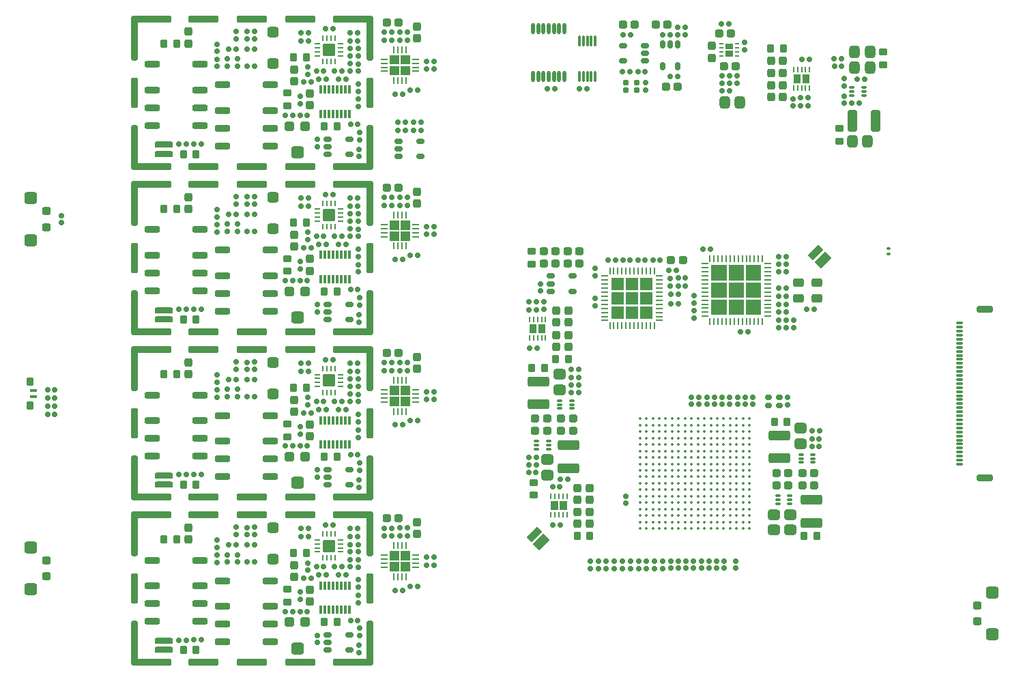
<source format=gbr>
%TF.GenerationSoftware,KiCad,Pcbnew,9.0.3*%
%TF.CreationDate,2025-09-21T22:43:26-04:00*%
%TF.ProjectId,Thunderscope_Rev5.2,5468756e-6465-4727-9363-6f70655f5265,rev?*%
%TF.SameCoordinates,Original*%
%TF.FileFunction,Paste,Top*%
%TF.FilePolarity,Positive*%
%FSLAX46Y46*%
G04 Gerber Fmt 4.6, Leading zero omitted, Abs format (unit mm)*
G04 Created by KiCad (PCBNEW 9.0.3) date 2025-09-21 22:43:26*
%MOMM*%
%LPD*%
G01*
G04 APERTURE LIST*
G04 Aperture macros list*
%AMRoundRect*
0 Rectangle with rounded corners*
0 $1 Rounding radius*
0 $2 $3 $4 $5 $6 $7 $8 $9 X,Y pos of 4 corners*
0 Add a 4 corners polygon primitive as box body*
4,1,4,$2,$3,$4,$5,$6,$7,$8,$9,$2,$3,0*
0 Add four circle primitives for the rounded corners*
1,1,$1+$1,$2,$3*
1,1,$1+$1,$4,$5*
1,1,$1+$1,$6,$7*
1,1,$1+$1,$8,$9*
0 Add four rect primitives between the rounded corners*
20,1,$1+$1,$2,$3,$4,$5,0*
20,1,$1+$1,$4,$5,$6,$7,0*
20,1,$1+$1,$6,$7,$8,$9,0*
20,1,$1+$1,$8,$9,$2,$3,0*%
G04 Aperture macros list end*
%ADD10C,0.000000*%
%ADD11RoundRect,0.150000X-0.150000X0.150000X-0.150000X-0.150000X0.150000X-0.150000X0.150000X0.150000X0*%
%ADD12RoundRect,0.150000X0.150000X-0.150000X0.150000X0.150000X-0.150000X0.150000X-0.150000X-0.150000X0*%
%ADD13RoundRect,0.160000X0.160000X0.160000X-0.160000X0.160000X-0.160000X-0.160000X0.160000X-0.160000X0*%
%ADD14RoundRect,0.200000X0.200000X2.575000X-0.200000X2.575000X-0.200000X-2.575000X0.200000X-2.575000X0*%
%ADD15RoundRect,0.200000X-0.200000X-1.700000X0.200000X-1.700000X0.200000X1.700000X-0.200000X1.700000X0*%
%ADD16RoundRect,0.200000X2.290000X-0.200000X2.290000X0.200000X-2.290000X0.200000X-2.290000X-0.200000X0*%
%ADD17RoundRect,0.200000X-2.290000X0.200000X-2.290000X-0.200000X2.290000X-0.200000X2.290000X0.200000X0*%
%ADD18RoundRect,0.200000X1.700000X-0.200000X1.700000X0.200000X-1.700000X0.200000X-1.700000X-0.200000X0*%
%ADD19RoundRect,0.200000X-1.700000X0.200000X-1.700000X-0.200000X1.700000X-0.200000X1.700000X0.200000X0*%
%ADD20RoundRect,0.200000X-0.200000X-2.575000X0.200000X-2.575000X0.200000X2.575000X-0.200000X2.575000X0*%
%ADD21RoundRect,0.200000X0.200000X1.700000X-0.200000X1.700000X-0.200000X-1.700000X0.200000X-1.700000X0*%
%ADD22RoundRect,0.160000X0.160000X-0.160000X0.160000X0.160000X-0.160000X0.160000X-0.160000X-0.160000X0*%
%ADD23RoundRect,0.150000X0.150000X0.150000X-0.150000X0.150000X-0.150000X-0.150000X0.150000X-0.150000X0*%
%ADD24RoundRect,0.062500X0.062500X0.237500X-0.062500X0.237500X-0.062500X-0.237500X0.062500X-0.237500X0*%
%ADD25RoundRect,0.160000X-0.160000X-0.160000X0.160000X-0.160000X0.160000X0.160000X-0.160000X0.160000X0*%
%ADD26RoundRect,0.160000X-0.160000X0.160000X-0.160000X-0.160000X0.160000X-0.160000X0.160000X0.160000X0*%
%ADD27RoundRect,0.225000X-0.225000X0.275000X-0.225000X-0.275000X0.225000X-0.275000X0.225000X0.275000X0*%
%ADD28RoundRect,0.062500X-0.062500X-0.237500X0.062500X-0.237500X0.062500X0.237500X-0.062500X0.237500X0*%
%ADD29RoundRect,0.150000X-0.150000X-0.150000X0.150000X-0.150000X0.150000X0.150000X-0.150000X0.150000X0*%
%ADD30RoundRect,0.237500X0.287500X-0.237500X0.287500X0.237500X-0.287500X0.237500X-0.287500X-0.237500X0*%
%ADD31RoundRect,0.150000X0.350000X-0.150000X0.350000X0.150000X-0.350000X0.150000X-0.350000X-0.150000X0*%
%ADD32RoundRect,0.190500X0.934500X0.190500X-0.934500X0.190500X-0.934500X-0.190500X0.934500X-0.190500X0*%
%ADD33RoundRect,0.300000X0.300000X0.300000X-0.300000X0.300000X-0.300000X-0.300000X0.300000X-0.300000X0*%
%ADD34RoundRect,0.375000X0.425000X0.375000X-0.425000X0.375000X-0.425000X-0.375000X0.425000X-0.375000X0*%
%ADD35RoundRect,0.200000X-0.730000X0.200000X-0.730000X-0.200000X0.730000X-0.200000X0.730000X0.200000X0*%
%ADD36RoundRect,0.225000X-0.275000X-0.225000X0.275000X-0.225000X0.275000X0.225000X-0.275000X0.225000X0*%
%ADD37RoundRect,0.325000X-0.375000X-0.325000X0.375000X-0.325000X0.375000X0.325000X-0.375000X0.325000X0*%
%ADD38RoundRect,0.062500X0.187500X-0.062500X0.187500X0.062500X-0.187500X0.062500X-0.187500X-0.062500X0*%
%ADD39RoundRect,0.375000X-0.425000X0.375000X-0.425000X-0.375000X0.425000X-0.375000X0.425000X0.375000X0*%
%ADD40RoundRect,0.375000X0.425000X-0.375000X0.425000X0.375000X-0.425000X0.375000X-0.425000X-0.375000X0*%
%ADD41RoundRect,0.250000X-0.275000X0.250000X-0.275000X-0.250000X0.275000X-0.250000X0.275000X0.250000X0*%
%ADD42RoundRect,0.075000X-0.075000X0.450000X-0.075000X-0.450000X0.075000X-0.450000X0.075000X0.450000X0*%
%ADD43RoundRect,0.237500X-0.237500X-0.287500X0.237500X-0.287500X0.237500X0.287500X-0.237500X0.287500X0*%
%ADD44O,0.900000X0.250000*%
%ADD45O,0.250000X0.900000*%
%ADD46RoundRect,0.225000X0.275000X0.225000X-0.275000X0.225000X-0.275000X-0.225000X0.275000X-0.225000X0*%
%ADD47O,0.800000X0.250000*%
%ADD48O,0.250000X0.800000*%
%ADD49RoundRect,0.074000X-0.666000X-0.666000X0.666000X-0.666000X0.666000X0.666000X-0.666000X0.666000X0*%
%ADD50RoundRect,0.325000X0.425000X0.325000X-0.425000X0.325000X-0.425000X-0.325000X0.425000X-0.325000X0*%
%ADD51RoundRect,0.237500X-0.287500X0.237500X-0.287500X-0.237500X0.287500X-0.237500X0.287500X0.237500X0*%
%ADD52RoundRect,0.237500X0.237500X0.287500X-0.237500X0.287500X-0.237500X-0.287500X0.237500X-0.287500X0*%
%ADD53RoundRect,0.325000X0.325000X-0.425000X0.325000X0.425000X-0.325000X0.425000X-0.325000X-0.425000X0*%
%ADD54RoundRect,0.075000X0.260000X-0.075000X0.260000X0.075000X-0.260000X0.075000X-0.260000X-0.075000X0*%
%ADD55O,0.250000X0.850000*%
%ADD56O,0.850000X0.250000*%
%ADD57O,0.200000X0.850000*%
%ADD58O,0.850000X0.200000*%
%ADD59RoundRect,0.325000X-0.425000X-0.325000X0.425000X-0.325000X0.425000X0.325000X-0.425000X0.325000X0*%
%ADD60RoundRect,0.325000X-0.325000X0.425000X-0.325000X-0.425000X0.325000X-0.425000X0.325000X0.425000X0*%
%ADD61RoundRect,0.307500X1.052500X0.307500X-1.052500X0.307500X-1.052500X-0.307500X1.052500X-0.307500X0*%
%ADD62RoundRect,0.275000X0.375000X0.275000X-0.375000X0.275000X-0.375000X-0.275000X0.375000X-0.275000X0*%
%ADD63RoundRect,0.275000X-0.375000X-0.275000X0.375000X-0.275000X0.375000X0.275000X-0.375000X0.275000X0*%
%ADD64RoundRect,0.085000X-0.852064X-0.371231X-0.371231X-0.852064X0.852064X0.371231X0.371231X0.852064X0*%
%ADD65RoundRect,0.110000X-0.905097X-0.282843X-0.282843X-0.905097X0.905097X0.282843X0.282843X0.905097X0*%
%ADD66O,0.350000X1.400000*%
%ADD67RoundRect,0.307500X-1.052500X-0.307500X1.052500X-0.307500X1.052500X0.307500X-1.052500X0.307500X0*%
%ADD68RoundRect,0.175000X0.225000X0.175000X-0.225000X0.175000X-0.225000X-0.175000X0.225000X-0.175000X0*%
%ADD69RoundRect,0.175000X-0.225000X-0.175000X0.225000X-0.175000X0.225000X0.175000X-0.225000X0.175000X0*%
%ADD70RoundRect,0.225000X0.225000X-0.275000X0.225000X0.275000X-0.225000X0.275000X-0.225000X-0.275000X0*%
%ADD71RoundRect,0.150000X-0.350000X0.150000X-0.350000X-0.150000X0.350000X-0.150000X0.350000X0.150000X0*%
%ADD72RoundRect,0.075000X-0.175000X-0.075000X0.175000X-0.075000X0.175000X0.075000X-0.175000X0.075000X0*%
%ADD73RoundRect,0.307500X0.307500X-1.052500X0.307500X1.052500X-0.307500X1.052500X-0.307500X-1.052500X0*%
%ADD74RoundRect,0.075000X-0.260000X0.075000X-0.260000X-0.075000X0.260000X-0.075000X0.260000X0.075000X0*%
%ADD75RoundRect,0.250000X0.275000X-0.250000X0.275000X0.250000X-0.275000X0.250000X-0.275000X-0.250000X0*%
%ADD76RoundRect,0.075000X0.350000X-0.075000X0.350000X0.075000X-0.350000X0.075000X-0.350000X-0.075000X0*%
%ADD77RoundRect,0.200000X0.800000X-0.200000X0.800000X0.200000X-0.800000X0.200000X-0.800000X-0.200000X0*%
%ADD78C,0.350000*%
%ADD79O,0.450000X1.400000*%
%ADD80RoundRect,0.135000X0.315000X-0.365000X0.315000X0.365000X-0.315000X0.365000X-0.315000X-0.365000X0*%
%ADD81RoundRect,0.060000X0.340000X-0.140000X0.340000X0.140000X-0.340000X0.140000X-0.340000X-0.140000X0*%
%ADD82RoundRect,0.160000X0.190000X-0.160000X0.190000X0.160000X-0.190000X0.160000X-0.190000X-0.160000X0*%
%ADD83RoundRect,0.150000X-0.150000X-0.350000X0.150000X-0.350000X0.150000X0.350000X-0.150000X0.350000X0*%
G04 APERTURE END LIST*
D10*
%TO.C,U15*%
G36*
X184101246Y-68593599D02*
G01*
X183211246Y-68593599D01*
X183211246Y-67463599D01*
X184101246Y-67463599D01*
X184101246Y-68593599D01*
G37*
G36*
X185201246Y-68593599D02*
G01*
X184311246Y-68593599D01*
X184311246Y-67463599D01*
X185201246Y-67463599D01*
X185201246Y-68593599D01*
G37*
%TO.C,U22*%
G36*
X153995925Y-121518600D02*
G01*
X153105925Y-121518600D01*
X153105925Y-120388600D01*
X153995925Y-120388600D01*
X153995925Y-121518600D01*
G37*
G36*
X155095925Y-121518600D02*
G01*
X154205925Y-121518600D01*
X154205925Y-120388600D01*
X155095925Y-120388600D01*
X155095925Y-121518600D01*
G37*
%TO.C,U13*%
G36*
X175681051Y-64318589D02*
G01*
X174781051Y-64318589D01*
X174781051Y-63618590D01*
X175681051Y-63618590D01*
X175681051Y-64318589D01*
G37*
G36*
X175681093Y-65218608D02*
G01*
X174781093Y-65218608D01*
X174781093Y-64518609D01*
X175681093Y-64518609D01*
X175681093Y-65218608D01*
G37*
%TO.C,U6*%
G36*
X162144155Y-92653610D02*
G01*
X160594155Y-92653610D01*
X160594155Y-94203610D01*
X162144155Y-94203610D01*
X162144155Y-92653610D01*
G37*
G36*
X162144155Y-94453610D02*
G01*
X160594155Y-94453610D01*
X160594155Y-96003610D01*
X162144155Y-96003610D01*
X162144155Y-94453610D01*
G37*
G36*
X162144155Y-96253610D02*
G01*
X160594155Y-96253610D01*
X160594155Y-97803610D01*
X162144155Y-97803610D01*
X162144155Y-96253610D01*
G37*
G36*
X163944155Y-92653610D02*
G01*
X162394155Y-92653610D01*
X162394155Y-94203610D01*
X163944155Y-94203610D01*
X163944155Y-92653610D01*
G37*
G36*
X163944155Y-94453610D02*
G01*
X162394155Y-94453610D01*
X162394155Y-96003610D01*
X163944155Y-96003610D01*
X163944155Y-94453610D01*
G37*
G36*
X163944155Y-96253610D02*
G01*
X162394155Y-96253610D01*
X162394155Y-97803610D01*
X163944155Y-97803610D01*
X163944155Y-96253610D01*
G37*
G36*
X165744155Y-92653610D02*
G01*
X164194155Y-92653610D01*
X164194155Y-94203610D01*
X165744155Y-94203610D01*
X165744155Y-92653610D01*
G37*
G36*
X165744155Y-94453610D02*
G01*
X164194155Y-94453610D01*
X164194155Y-96003610D01*
X165744155Y-96003610D01*
X165744155Y-94453610D01*
G37*
G36*
X165744155Y-96253610D02*
G01*
X164194155Y-96253610D01*
X164194155Y-97803610D01*
X165744155Y-97803610D01*
X165744155Y-96253610D01*
G37*
%TO.C,U14*%
G36*
X151345925Y-99568600D02*
G01*
X150455925Y-99568600D01*
X150455925Y-98438600D01*
X151345925Y-98438600D01*
X151345925Y-99568600D01*
G37*
G36*
X152445925Y-99568600D02*
G01*
X151555925Y-99568600D01*
X151555925Y-98438600D01*
X152445925Y-98438600D01*
X152445925Y-99568600D01*
G37*
%TO.C,U1008_1*%
G36*
X133126045Y-65078600D02*
G01*
X134276045Y-65078600D01*
X134276045Y-66228600D01*
X133126045Y-66228600D01*
X133126045Y-65078600D01*
G37*
G36*
X133126045Y-66428600D02*
G01*
X134276045Y-66428600D01*
X134276045Y-67578600D01*
X133126045Y-67578600D01*
X133126045Y-66428600D01*
G37*
G36*
X134476045Y-65078600D02*
G01*
X135626045Y-65078600D01*
X135626045Y-66228600D01*
X134476045Y-66228600D01*
X134476045Y-65078600D01*
G37*
G36*
X134476045Y-66428600D02*
G01*
X135626045Y-66428600D01*
X135626045Y-67578600D01*
X134476045Y-67578600D01*
X134476045Y-66428600D01*
G37*
%TO.C,U7*%
G36*
X174901095Y-93003590D02*
G01*
X173001095Y-93003590D01*
X173001095Y-91103600D01*
X174901095Y-91103600D01*
X174901095Y-93003590D01*
G37*
G36*
X174901095Y-97303590D02*
G01*
X173001095Y-97303590D01*
X173001095Y-95403590D01*
X174901095Y-95403590D01*
X174901095Y-97303590D01*
G37*
G36*
X174901095Y-95153590D02*
G01*
X173001095Y-95153590D01*
X173001095Y-93253590D01*
X174901095Y-93253590D01*
X174901095Y-95153590D01*
G37*
G36*
X177051095Y-93003600D02*
G01*
X175151095Y-93003600D01*
X175151095Y-91103600D01*
X177051095Y-91103600D01*
X177051095Y-93003600D01*
G37*
G36*
X177051095Y-95153590D02*
G01*
X175151095Y-95153590D01*
X175151095Y-93253600D01*
X177051095Y-93253600D01*
X177051095Y-95153590D01*
G37*
G36*
X177051095Y-97303590D02*
G01*
X175151095Y-97303590D01*
X175151095Y-95403590D01*
X177051095Y-95403590D01*
X177051095Y-97303590D01*
G37*
G36*
X179201095Y-95153590D02*
G01*
X177301095Y-95153590D01*
X177301095Y-93253590D01*
X179201095Y-93253590D01*
X179201095Y-95153590D01*
G37*
G36*
X179201095Y-93003590D02*
G01*
X177301095Y-93003590D01*
X177301095Y-91103600D01*
X179201095Y-91103600D01*
X179201095Y-93003590D01*
G37*
G36*
X179201095Y-97303590D02*
G01*
X177301095Y-97303590D01*
X177301095Y-95403590D01*
X179201095Y-95403590D01*
X179201095Y-97303590D01*
G37*
%TO.C,U1008_2*%
G36*
X133126045Y-85578600D02*
G01*
X134276045Y-85578600D01*
X134276045Y-86728600D01*
X133126045Y-86728600D01*
X133126045Y-85578600D01*
G37*
G36*
X133126045Y-86928600D02*
G01*
X134276045Y-86928600D01*
X134276045Y-88078600D01*
X133126045Y-88078600D01*
X133126045Y-86928600D01*
G37*
G36*
X134476045Y-85578600D02*
G01*
X135626045Y-85578600D01*
X135626045Y-86728600D01*
X134476045Y-86728600D01*
X134476045Y-85578600D01*
G37*
G36*
X134476045Y-86928600D02*
G01*
X135626045Y-86928600D01*
X135626045Y-88078600D01*
X134476045Y-88078600D01*
X134476045Y-86928600D01*
G37*
%TO.C,U1008_3*%
G36*
X133126045Y-106078600D02*
G01*
X134276045Y-106078600D01*
X134276045Y-107228600D01*
X133126045Y-107228600D01*
X133126045Y-106078600D01*
G37*
G36*
X133126045Y-107428600D02*
G01*
X134276045Y-107428600D01*
X134276045Y-108578600D01*
X133126045Y-108578600D01*
X133126045Y-107428600D01*
G37*
G36*
X134476045Y-106078600D02*
G01*
X135626045Y-106078600D01*
X135626045Y-107228600D01*
X134476045Y-107228600D01*
X134476045Y-106078600D01*
G37*
G36*
X134476045Y-107428600D02*
G01*
X135626045Y-107428600D01*
X135626045Y-108578600D01*
X134476045Y-108578600D01*
X134476045Y-107428600D01*
G37*
%TO.C,U1008_4*%
G36*
X133126045Y-126578600D02*
G01*
X134276045Y-126578600D01*
X134276045Y-127728600D01*
X133126045Y-127728600D01*
X133126045Y-126578600D01*
G37*
G36*
X133126045Y-127928600D02*
G01*
X134276045Y-127928600D01*
X134276045Y-129078600D01*
X133126045Y-129078600D01*
X133126045Y-127928600D01*
G37*
G36*
X134476045Y-126578600D02*
G01*
X135626045Y-126578600D01*
X135626045Y-127728600D01*
X134476045Y-127728600D01*
X134476045Y-126578600D01*
G37*
G36*
X134476045Y-127928600D02*
G01*
X135626045Y-127928600D01*
X135626045Y-129078600D01*
X134476045Y-129078600D01*
X134476045Y-127928600D01*
G37*
%TD*%
D11*
%TO.C,R1033_1*%
X134676085Y-69928600D03*
X133776085Y-69928600D03*
%TD*%
D12*
%TO.C,FB1000_4*%
X134401105Y-123713600D03*
X135301105Y-123713600D03*
%TD*%
D13*
%TO.C,C1045_1*%
X129351095Y-75563600D03*
X129351095Y-74643600D03*
%TD*%
D14*
%TO.C,SHLD1001_2*%
X130613695Y-97022990D03*
D15*
X130611095Y-90253590D03*
D14*
X130611095Y-83478990D03*
D16*
X128523395Y-99398390D03*
D17*
X128521395Y-81103590D03*
D18*
X122033695Y-99398390D03*
D19*
X122031095Y-81103590D03*
D18*
X116033695Y-99398390D03*
D19*
X116031095Y-81103590D03*
D18*
X110033695Y-99398390D03*
D19*
X110031095Y-81103590D03*
D16*
X103543395Y-99398390D03*
D17*
X103541395Y-81103590D03*
D20*
X101453695Y-97022990D03*
D21*
X101451095Y-90253590D03*
D20*
X101451095Y-83478990D03*
%TD*%
D22*
%TO.C,C185*%
X153321095Y-123343600D03*
X154241095Y-123343600D03*
%TD*%
D23*
%TO.C,R1042_2*%
X129176095Y-87553590D03*
X129176095Y-86653590D03*
%TD*%
D24*
%TO.C,U15*%
X183206076Y-69178599D03*
X183706076Y-69178599D03*
X184206076Y-69178599D03*
X184706076Y-69178599D03*
X185206076Y-69178599D03*
X185206076Y-66878599D03*
X184706076Y-66878599D03*
X184206076Y-66878599D03*
X183706076Y-66878599D03*
X183206076Y-66878599D03*
%TD*%
D25*
%TO.C,C1025_1*%
X114051095Y-62118600D03*
X114051095Y-63038600D03*
%TD*%
%TO.C,C1011_3*%
X111701095Y-104693600D03*
X111701095Y-105613600D03*
%TD*%
D26*
%TO.C,C1047_3*%
X123011095Y-104278600D03*
X122091095Y-104278600D03*
%TD*%
D12*
%TO.C,R85*%
X90651105Y-108603600D03*
X91551105Y-108603600D03*
%TD*%
D27*
%TO.C,R1003_3*%
X126576095Y-114903600D03*
X124976095Y-114903600D03*
%TD*%
D12*
%TO.C,R1002_4*%
X113126105Y-125788600D03*
X114026105Y-125788600D03*
%TD*%
D28*
%TO.C,U22*%
X155101095Y-119803600D03*
X154601095Y-119803600D03*
X154101095Y-119803600D03*
X153601095Y-119803600D03*
X153101095Y-119803600D03*
X153101095Y-122103600D03*
X153601095Y-122103600D03*
X154101095Y-122103600D03*
X154601095Y-122103600D03*
X155101095Y-122103600D03*
%TD*%
D29*
%TO.C,R1001_2*%
X111701095Y-86078610D03*
X111701095Y-86978610D03*
%TD*%
D27*
%TO.C,R1022_3*%
X106651095Y-104641100D03*
X105051095Y-104641100D03*
%TD*%
D30*
%TO.C,C1039_2*%
X132736095Y-81483600D03*
X134186095Y-81483600D03*
%TD*%
D31*
%TO.C,U1011_2*%
X125401095Y-95966100D03*
X125401095Y-96916100D03*
X125401095Y-97866100D03*
X128101095Y-97866100D03*
X128101095Y-95966100D03*
%TD*%
D32*
%TO.C,R1025_2*%
X105101095Y-97866100D03*
X105101095Y-96716100D03*
%TD*%
D27*
%TO.C,R1038_4*%
X122776095Y-126803600D03*
X121176095Y-126803600D03*
%TD*%
D12*
%TO.C,R1043_1*%
X122451105Y-68428600D03*
X123351105Y-68428600D03*
%TD*%
D29*
%TO.C,R37*%
X168917200Y-127803610D03*
X168917200Y-128703610D03*
%TD*%
D22*
%TO.C,C66*%
X181366095Y-95953600D03*
X182286095Y-95953600D03*
%TD*%
D12*
%TO.C,FB1000_3*%
X134401105Y-103213600D03*
X135301105Y-103213600D03*
%TD*%
D33*
%TO.C,R1049_2*%
X122651095Y-94378600D03*
D34*
X121651095Y-97628600D03*
D33*
X120651095Y-94378600D03*
%TD*%
D35*
%TO.C,K1000_3*%
X103651095Y-107216100D03*
X103651095Y-110416100D03*
X103651095Y-112616100D03*
X103651095Y-114816100D03*
X109591095Y-114816100D03*
X109591095Y-112616100D03*
X109591095Y-110416100D03*
X109591095Y-107216100D03*
%TD*%
D22*
%TO.C,C1001_3*%
X126791095Y-109028600D03*
X127711095Y-109028600D03*
%TD*%
%TO.C,C1046_1*%
X128191105Y-62278590D03*
X129111105Y-62278590D03*
%TD*%
D11*
%TO.C,R127*%
X154231085Y-118628600D03*
X153331085Y-118628600D03*
%TD*%
D36*
%TO.C,R120*%
X151001095Y-118053601D03*
X151001095Y-119653599D03*
%TD*%
D27*
%TO.C,R1022_2*%
X106651095Y-84141100D03*
X105051095Y-84141100D03*
%TD*%
D13*
%TO.C,C47*%
X157976095Y-128738600D03*
X157976095Y-127818600D03*
%TD*%
D26*
%TO.C,C1024_1*%
X116351095Y-64288600D03*
X115431095Y-64288600D03*
%TD*%
D29*
%TO.C,R38*%
X167976095Y-127803610D03*
X167976095Y-128703610D03*
%TD*%
D37*
%TO.C,C1059_1*%
X118651095Y-62203600D03*
X118651095Y-66103600D03*
%TD*%
D38*
%TO.C,U13*%
X174281074Y-63668599D03*
X174281074Y-64168594D03*
X174281081Y-64668597D03*
X174281074Y-65168599D03*
X176181077Y-65168592D03*
X176181077Y-64668597D03*
X176181077Y-64168601D03*
X176181077Y-63668592D03*
%TD*%
D39*
%TO.C,J12*%
X88587500Y-82803600D03*
D40*
X88587500Y-88003600D03*
D41*
X90512500Y-84403600D03*
X90512500Y-86403600D03*
%TD*%
D29*
%TO.C,R1041_1*%
X128226095Y-64253610D03*
X128226095Y-65153610D03*
%TD*%
D11*
%TO.C,R19*%
X162944145Y-90478600D03*
X162044145Y-90478600D03*
%TD*%
D22*
%TO.C,C16*%
X167741095Y-91753600D03*
X168661095Y-91753600D03*
%TD*%
%TO.C,C1052_3*%
X124016095Y-108028600D03*
X124936095Y-108028600D03*
%TD*%
D29*
%TO.C,R79*%
X174351095Y-107478610D03*
X174351095Y-108378610D03*
%TD*%
D42*
%TO.C,U1001_1*%
X128076095Y-69353600D03*
X127576095Y-69353600D03*
X127076095Y-69353600D03*
X126576095Y-69353600D03*
X126076095Y-69353600D03*
X125576095Y-69353600D03*
X125076095Y-69353600D03*
X124576095Y-69353600D03*
X124576095Y-72353600D03*
X125076095Y-72353600D03*
X125576095Y-72353600D03*
X126076095Y-72353600D03*
X126576095Y-72353600D03*
X127076095Y-72353600D03*
X127576095Y-72353600D03*
X128076095Y-72353600D03*
%TD*%
D12*
%TO.C,R1039_1*%
X120151105Y-72553600D03*
X121051105Y-72553600D03*
%TD*%
D27*
%TO.C,R1021_4*%
X109101094Y-138866100D03*
X107501096Y-138866100D03*
%TD*%
D29*
%TO.C,R75*%
X178151095Y-107478610D03*
X178151095Y-108378610D03*
%TD*%
D13*
%TO.C,C1045_2*%
X129351095Y-96063600D03*
X129351095Y-95143600D03*
%TD*%
D32*
%TO.C,R1025_4*%
X105101095Y-138866100D03*
X105101095Y-137716100D03*
%TD*%
D23*
%TO.C,R1047_2*%
X122001095Y-91578590D03*
X122001095Y-90678590D03*
%TD*%
D27*
%TO.C,R1022_4*%
X106651095Y-125141100D03*
X105051095Y-125141100D03*
%TD*%
D26*
%TO.C,C76*%
X136961094Y-73428600D03*
X136041094Y-73428600D03*
%TD*%
D23*
%TO.C,R1047_3*%
X122001095Y-112078590D03*
X122001095Y-111178590D03*
%TD*%
D29*
%TO.C,R29*%
X172717200Y-127803610D03*
X172717200Y-128703610D03*
%TD*%
D26*
%TO.C,C126*%
X136961094Y-74428600D03*
X136041094Y-74428600D03*
%TD*%
D29*
%TO.C,R1044_4*%
X129326095Y-138253610D03*
X129326095Y-139153610D03*
%TD*%
D11*
%TO.C,R129*%
X156526085Y-105028600D03*
X155626085Y-105028600D03*
%TD*%
D43*
%TO.C,C122*%
X180406076Y-68803600D03*
X180406076Y-70253598D03*
%TD*%
D12*
%TO.C,R1002_2*%
X113126105Y-84788600D03*
X114026105Y-84788600D03*
%TD*%
D44*
%TO.C,U6*%
X159794145Y-92478610D03*
X159794145Y-92978610D03*
X159794145Y-93478610D03*
X159794145Y-93978610D03*
X159794145Y-94478610D03*
X159794145Y-94978610D03*
X159794145Y-95478610D03*
X159794145Y-95978610D03*
X159794145Y-96478610D03*
X159794145Y-96978610D03*
X159794145Y-97478610D03*
X159794145Y-97978610D03*
D45*
X160419145Y-98603610D03*
X160919145Y-98603610D03*
X161419145Y-98603610D03*
X161919145Y-98603610D03*
X162419155Y-98603610D03*
X162919145Y-98603610D03*
X163419145Y-98603610D03*
X163919145Y-98603610D03*
X164419145Y-98603610D03*
X164919155Y-98603610D03*
X165419145Y-98603610D03*
X165919145Y-98603610D03*
D44*
X166544145Y-97978610D03*
X166544145Y-97478610D03*
X166544145Y-96978610D03*
X166544145Y-96478610D03*
X166544145Y-95978610D03*
X166544145Y-95478610D03*
X166544145Y-94978610D03*
X166544145Y-94478610D03*
X166544145Y-93978610D03*
X166544145Y-93478610D03*
X166544145Y-92978610D03*
X166544145Y-92478610D03*
D45*
X165919145Y-91853610D03*
X165419145Y-91853610D03*
X164919155Y-91853610D03*
X164419145Y-91853610D03*
X163919145Y-91853610D03*
X163419145Y-91853610D03*
X162919145Y-91853610D03*
X162419155Y-91853610D03*
X161919145Y-91853610D03*
X161419145Y-91853610D03*
X160919145Y-91853610D03*
X160419145Y-91853610D03*
%TD*%
D25*
%TO.C,C1021_4*%
X116351095Y-123618600D03*
X116351095Y-124538600D03*
%TD*%
%TO.C,C1023_4*%
X114201095Y-127033600D03*
X114201095Y-127953600D03*
%TD*%
D12*
%TO.C,R52_2*%
X137701105Y-86353600D03*
X138601105Y-86353600D03*
%TD*%
D42*
%TO.C,U1001_4*%
X128076095Y-130853600D03*
X127576095Y-130853600D03*
X127076095Y-130853600D03*
X126576095Y-130853600D03*
X126076095Y-130853600D03*
X125576095Y-130853600D03*
X125076095Y-130853600D03*
X124576095Y-130853600D03*
X124576095Y-133853600D03*
X125076095Y-133853600D03*
X125576095Y-133853600D03*
X126076095Y-133853600D03*
X126576095Y-133853600D03*
X127076095Y-133853600D03*
X127576095Y-133853600D03*
X128076095Y-133853600D03*
%TD*%
D29*
%TO.C,R1026_2*%
X115381095Y-82653610D03*
X115381095Y-83553610D03*
%TD*%
D46*
%TO.C,R1035_3*%
X120426095Y-112378600D03*
X120426095Y-110778600D03*
%TD*%
D22*
%TO.C,C1043_1*%
X135641095Y-69428600D03*
X136561095Y-69428600D03*
%TD*%
D12*
%TO.C,R1048_3*%
X122001105Y-113553600D03*
X122901105Y-113553600D03*
%TD*%
D29*
%TO.C,R1041_4*%
X128226095Y-125753610D03*
X128226095Y-126653610D03*
%TD*%
D22*
%TO.C,C1037_3*%
X134366095Y-104228600D03*
X135286095Y-104228600D03*
%TD*%
%TO.C,C1037_1*%
X134366095Y-63228600D03*
X135286095Y-63228600D03*
%TD*%
D11*
%TO.C,R1033_2*%
X134676085Y-90428600D03*
X133776085Y-90428600D03*
%TD*%
D47*
%TO.C,U1009_3*%
X124151095Y-104678600D03*
X124151095Y-105178600D03*
X124151095Y-105678590D03*
X124151095Y-106178600D03*
D48*
X124851095Y-106878590D03*
X125351095Y-106878590D03*
X125851095Y-106878590D03*
X126351095Y-106878590D03*
D47*
X127051095Y-106178600D03*
X127051095Y-105678590D03*
X127051095Y-105178600D03*
X127051095Y-104678600D03*
D48*
X126351095Y-103978600D03*
X125851095Y-103978600D03*
X125351095Y-103978600D03*
X124851095Y-103978600D03*
D49*
X125601095Y-105428590D03*
%TD*%
D50*
%TO.C,C188*%
X154176095Y-106553599D03*
X154176095Y-104653601D03*
%TD*%
D51*
%TO.C,C94*%
X163501070Y-61268600D03*
X162051072Y-61268600D03*
%TD*%
D25*
%TO.C,C1023_1*%
X114201095Y-65533600D03*
X114201095Y-66453600D03*
%TD*%
D28*
%TO.C,U14*%
X152451095Y-97853600D03*
X151951095Y-97853600D03*
X151451095Y-97853600D03*
X150951095Y-97853600D03*
X150451095Y-97853600D03*
X150451095Y-100153600D03*
X150951095Y-100153600D03*
X151451095Y-100153600D03*
X151951095Y-100153600D03*
X152451095Y-100153600D03*
%TD*%
D27*
%TO.C,R1038_2*%
X122776095Y-85803600D03*
X121176095Y-85803600D03*
%TD*%
D25*
%TO.C,C1025_4*%
X114051095Y-123618600D03*
X114051095Y-124538600D03*
%TD*%
D11*
%TO.C,R51*%
X182276085Y-93978600D03*
X181376085Y-93978600D03*
%TD*%
D33*
%TO.C,R1049_1*%
X122651095Y-73878600D03*
D34*
X121651095Y-77128601D03*
D33*
X120651095Y-73878600D03*
%TD*%
D52*
%TO.C,C184*%
X157901095Y-120178599D03*
X157901095Y-118728601D03*
%TD*%
D26*
%TO.C,C102*%
X192036095Y-68028600D03*
X191116095Y-68028600D03*
%TD*%
D22*
%TO.C,C1046_4*%
X128191105Y-123778590D03*
X129111105Y-123778590D03*
%TD*%
D29*
%TO.C,R82*%
X171501095Y-107478610D03*
X171501095Y-108378610D03*
%TD*%
D22*
%TO.C,C100*%
X188241095Y-65478600D03*
X189161095Y-65478600D03*
%TD*%
D25*
%TO.C,C1011_1*%
X111701095Y-63693600D03*
X111701095Y-64613600D03*
%TD*%
D31*
%TO.C,U16*%
X134201094Y-75728600D03*
X134201094Y-76678600D03*
X134201094Y-77628600D03*
X136901094Y-77628600D03*
X136901094Y-75728600D03*
%TD*%
D53*
%TO.C,C101*%
X190791095Y-64678600D03*
X192691095Y-64678600D03*
%TD*%
D25*
%TO.C,C1023_2*%
X114201095Y-86033600D03*
X114201095Y-86953600D03*
%TD*%
D54*
%TO.C,U17*%
X190446095Y-69043600D03*
X190446095Y-69543600D03*
X190446095Y-70043600D03*
X191926095Y-70043600D03*
X191926095Y-69543600D03*
X191926095Y-69043600D03*
%TD*%
D22*
%TO.C,C1050_4*%
X128241095Y-135153600D03*
X129161095Y-135153600D03*
%TD*%
D46*
%TO.C,R1035_4*%
X120426095Y-132878600D03*
X120426095Y-131278600D03*
%TD*%
D35*
%TO.C,K1000_1*%
X103651095Y-66216100D03*
X103651095Y-69416100D03*
X103651095Y-71616100D03*
X103651095Y-73816100D03*
X109591095Y-73816100D03*
X109591095Y-71616100D03*
X109591095Y-69416100D03*
X109591095Y-66216100D03*
%TD*%
D27*
%TO.C,R1003_1*%
X126576094Y-73903600D03*
X124976096Y-73903600D03*
%TD*%
D55*
%TO.C,U1008_1*%
X135126095Y-64403600D03*
X134626095Y-64403600D03*
X134126095Y-64403600D03*
X133626095Y-64403600D03*
D56*
X132451095Y-65578600D03*
X132451095Y-66078600D03*
X132451095Y-66578600D03*
X132451095Y-67078600D03*
D55*
X133626095Y-68253600D03*
X134126095Y-68253600D03*
X134626095Y-68253600D03*
X135126095Y-68253600D03*
D56*
X136301095Y-67078600D03*
X136301095Y-66578600D03*
X136301095Y-66078600D03*
X136301095Y-65578600D03*
%TD*%
D25*
%TO.C,C1035_2*%
X129176095Y-91043600D03*
X129176095Y-91963600D03*
%TD*%
D22*
%TO.C,C1048_4*%
X125136095Y-123328600D03*
X126056095Y-123328600D03*
%TD*%
D51*
%TO.C,C73*%
X185801094Y-116892350D03*
X184351096Y-116892350D03*
%TD*%
D23*
%TO.C,R110*%
X189476095Y-68903590D03*
X189476095Y-68003590D03*
%TD*%
D30*
%TO.C,C71*%
X151176096Y-110153600D03*
X152626094Y-110153600D03*
%TD*%
D22*
%TO.C,C1055_1*%
X124316095Y-68028600D03*
X125236095Y-68028600D03*
%TD*%
D25*
%TO.C,C1021_1*%
X116351095Y-62118600D03*
X116351095Y-63038600D03*
%TD*%
D13*
%TO.C,C46*%
X158976095Y-128738600D03*
X158976095Y-127818600D03*
%TD*%
D26*
%TO.C,C186*%
X156536095Y-104053600D03*
X155616095Y-104053600D03*
%TD*%
D25*
%TO.C,C112*%
X177126095Y-63458600D03*
X177126095Y-64378600D03*
%TD*%
%TO.C,C1032_4*%
X128201095Y-127618600D03*
X128201095Y-128538600D03*
%TD*%
D51*
%TO.C,C107*%
X153676094Y-90928600D03*
X152226096Y-90928600D03*
%TD*%
D14*
%TO.C,SHLD1001_3*%
X130613695Y-117522990D03*
D15*
X130611095Y-110753590D03*
D14*
X130611095Y-103978990D03*
D16*
X128523395Y-119898390D03*
D17*
X128521395Y-101603590D03*
D18*
X122033695Y-119898390D03*
D19*
X122031095Y-101603590D03*
D18*
X116033695Y-119898390D03*
D19*
X116031095Y-101603590D03*
D18*
X110033695Y-119898390D03*
D19*
X110031095Y-101603590D03*
D16*
X103543395Y-119898390D03*
D17*
X103541395Y-101603590D03*
D20*
X101453695Y-117522990D03*
D21*
X101451095Y-110753590D03*
D20*
X101451095Y-103978990D03*
%TD*%
D43*
%TO.C,C1030_1*%
X121226095Y-66828600D03*
X121226095Y-68278600D03*
%TD*%
%TO.C,C1031_1*%
X123226095Y-69853601D03*
X123226095Y-71303599D03*
%TD*%
D57*
%TO.C,U7*%
X172851095Y-98103590D03*
X173351095Y-98103590D03*
X173851095Y-98103590D03*
X174351095Y-98103590D03*
X174851095Y-98103590D03*
X175351095Y-98103590D03*
X175851095Y-98103590D03*
X176351095Y-98103590D03*
X176851095Y-98103590D03*
X177351095Y-98103590D03*
X177851095Y-98103590D03*
X178351095Y-98103590D03*
X178851095Y-98103590D03*
X179351095Y-98103590D03*
D58*
X180001095Y-97453590D03*
X180001095Y-96953590D03*
X180001095Y-96453590D03*
X180001095Y-95953590D03*
X180001095Y-95453590D03*
X180001095Y-94953600D03*
X180001095Y-94453590D03*
X180001095Y-93953590D03*
X180001095Y-93453590D03*
X180001095Y-92953590D03*
X180001095Y-92453590D03*
X180001095Y-91953590D03*
X180001095Y-91453590D03*
X180001095Y-90953590D03*
D57*
X179351095Y-90303590D03*
X178851095Y-90303590D03*
X178351095Y-90303590D03*
X177851095Y-90303590D03*
X177351095Y-90303590D03*
X176851095Y-90303590D03*
X176351095Y-90303590D03*
X175851095Y-90303590D03*
X175351095Y-90303590D03*
X174851095Y-90303590D03*
X174351095Y-90303590D03*
X173851095Y-90303590D03*
X173351095Y-90303590D03*
X172851095Y-90303590D03*
D58*
X172201095Y-90953590D03*
X172201095Y-91453590D03*
X172201095Y-91953590D03*
X172201095Y-92453590D03*
X172201095Y-92953590D03*
X172201095Y-93453590D03*
X172201095Y-93953590D03*
X172201095Y-94453590D03*
X172201095Y-94953600D03*
X172201095Y-95453590D03*
X172201095Y-95953590D03*
X172201095Y-96453590D03*
X172201095Y-96953590D03*
X172201095Y-97453590D03*
%TD*%
D12*
%TO.C,R97_2*%
X137701105Y-87303600D03*
X138601105Y-87303600D03*
%TD*%
D43*
%TO.C,C121*%
X181906076Y-68803600D03*
X181906076Y-70253598D03*
%TD*%
D11*
%TO.C,R64*%
X91551085Y-109603600D03*
X90651085Y-109603600D03*
%TD*%
D22*
%TO.C,C6*%
X161991072Y-67118600D03*
X162911072Y-67118600D03*
%TD*%
D59*
%TO.C,C180*%
X152701095Y-115253601D03*
X152701095Y-117153599D03*
%TD*%
D14*
%TO.C,SHLD1001_4*%
X130613695Y-138022990D03*
D15*
X130611095Y-131253590D03*
D14*
X130611095Y-124478990D03*
D16*
X128523395Y-140398390D03*
D17*
X128521395Y-122103590D03*
D18*
X122033695Y-140398390D03*
D19*
X122031095Y-122103590D03*
D18*
X116033695Y-140398390D03*
D19*
X116031095Y-122103590D03*
D18*
X110033695Y-140398390D03*
D19*
X110031095Y-122103590D03*
D16*
X103543395Y-140398390D03*
D17*
X103541395Y-122103590D03*
D20*
X101453695Y-138022990D03*
D21*
X101451095Y-131253590D03*
D20*
X101451095Y-124478990D03*
%TD*%
D52*
%TO.C,C119*%
X180406071Y-67253598D03*
X180406071Y-65803600D03*
%TD*%
D22*
%TO.C,C1049_3*%
X128191095Y-104278600D03*
X129111095Y-104278600D03*
%TD*%
D29*
%TO.C,R72*%
X189476095Y-70153610D03*
X189476095Y-71053610D03*
%TD*%
D26*
%TO.C,C1056_4*%
X127211095Y-128528600D03*
X126291095Y-128528600D03*
%TD*%
D23*
%TO.C,R1047_4*%
X122001095Y-132578590D03*
X122001095Y-131678590D03*
%TD*%
D55*
%TO.C,U1008_2*%
X135126095Y-84903600D03*
X134626095Y-84903600D03*
X134126095Y-84903600D03*
X133626095Y-84903600D03*
D56*
X132451095Y-86078600D03*
X132451095Y-86578600D03*
X132451095Y-87078600D03*
X132451095Y-87578600D03*
D55*
X133626095Y-88753600D03*
X134126095Y-88753600D03*
X134626095Y-88753600D03*
X135126095Y-88753600D03*
D56*
X136301095Y-87578600D03*
X136301095Y-87078600D03*
X136301095Y-86578600D03*
X136301095Y-86078600D03*
%TD*%
D25*
%TO.C,C1012_3*%
X112951095Y-106533600D03*
X112951095Y-107453600D03*
%TD*%
D26*
%TO.C,C68*%
X185786095Y-96603600D03*
X184866095Y-96603600D03*
%TD*%
D43*
%TO.C,C1022_2*%
X108151095Y-82666101D03*
X108151095Y-84116099D03*
%TD*%
D27*
%TO.C,R57*%
X182426094Y-110592350D03*
X180826096Y-110592350D03*
%TD*%
D60*
%TO.C,C97*%
X176581094Y-70963600D03*
X174681096Y-70963600D03*
%TD*%
D12*
%TO.C,R1053_2*%
X108801105Y-96591100D03*
X109701105Y-96591100D03*
%TD*%
D25*
%TO.C,C1025_3*%
X114051095Y-103118600D03*
X114051095Y-104038600D03*
%TD*%
D29*
%TO.C,R99*%
X152251095Y-95678610D03*
X152251095Y-96578610D03*
%TD*%
D51*
%TO.C,C72*%
X185801094Y-118392350D03*
X184351096Y-118392350D03*
%TD*%
D12*
%TO.C,R43*%
X176651105Y-99403600D03*
X177551105Y-99403600D03*
%TD*%
D25*
%TO.C,C1032_3*%
X128201095Y-107118600D03*
X128201095Y-108038600D03*
%TD*%
D61*
%TO.C,L5*%
X181476095Y-115077350D03*
X181476095Y-112207350D03*
%TD*%
D22*
%TO.C,C1043_2*%
X135641095Y-89928600D03*
X136561095Y-89928600D03*
%TD*%
D25*
%TO.C,C1011_2*%
X111701095Y-84193600D03*
X111701095Y-85113600D03*
%TD*%
D51*
%TO.C,C106*%
X176056072Y-66418599D03*
X174606072Y-66418599D03*
%TD*%
D30*
%TO.C,C110*%
X155226096Y-89428600D03*
X156676094Y-89428600D03*
%TD*%
D22*
%TO.C,C1049_2*%
X128191095Y-83778600D03*
X129111095Y-83778600D03*
%TD*%
D30*
%TO.C,C175*%
X181101096Y-116892350D03*
X182551094Y-116892350D03*
%TD*%
D11*
%TO.C,R1033_3*%
X134676085Y-110928600D03*
X133776085Y-110928600D03*
%TD*%
D62*
%TO.C,Y1*%
X186151095Y-93303600D03*
D63*
X183851095Y-93303600D03*
X183851095Y-95203600D03*
D62*
X186151095Y-95203600D03*
%TD*%
D13*
%TO.C,C30*%
X166976095Y-128738600D03*
X166976095Y-127818600D03*
%TD*%
D30*
%TO.C,C1039_3*%
X132736095Y-101983600D03*
X134186095Y-101983600D03*
%TD*%
D12*
%TO.C,R1024_2*%
X115451105Y-86953600D03*
X116351105Y-86953600D03*
%TD*%
D13*
%TO.C,C43*%
X159976095Y-128738600D03*
X159976095Y-127818600D03*
%TD*%
D26*
%TO.C,C1058_2*%
X107836095Y-96616100D03*
X106916095Y-96616100D03*
%TD*%
D25*
%TO.C,C1012_1*%
X112951095Y-65533600D03*
X112951095Y-66453600D03*
%TD*%
D29*
%TO.C,R1001_3*%
X111701095Y-106578610D03*
X111701095Y-107478610D03*
%TD*%
%TO.C,R1026_1*%
X115381095Y-62153610D03*
X115381095Y-63053610D03*
%TD*%
D64*
%TO.C,EMI1*%
X151041095Y-124513600D03*
D65*
X151942656Y-125415161D03*
%TD*%
D23*
%TO.C,R1042_4*%
X129176095Y-128553590D03*
X129176095Y-127653590D03*
%TD*%
D43*
%TO.C,C182*%
X156401095Y-121728601D03*
X156401095Y-123178599D03*
%TD*%
D29*
%TO.C,R1001_1*%
X111701095Y-65578610D03*
X111701095Y-66478610D03*
%TD*%
D25*
%TO.C,C1032_1*%
X128201095Y-66118600D03*
X128201095Y-67038600D03*
%TD*%
D26*
%TO.C,C1044_1*%
X123011095Y-62278600D03*
X122091095Y-62278600D03*
%TD*%
D29*
%TO.C,R1026_3*%
X115381095Y-103153610D03*
X115381095Y-104053610D03*
%TD*%
%TO.C,R1037_4*%
X129176095Y-125753610D03*
X129176095Y-126653610D03*
%TD*%
%TO.C,R96*%
X176201095Y-67643610D03*
X176201095Y-68543610D03*
%TD*%
D12*
%TO.C,R55*%
X185501105Y-112667350D03*
X186401105Y-112667350D03*
%TD*%
D36*
%TO.C,R14*%
X188886095Y-74188601D03*
X188886095Y-75788599D03*
%TD*%
D26*
%TO.C,C8*%
X168828595Y-67713598D03*
X167908595Y-67713598D03*
%TD*%
D25*
%TO.C,C1035_3*%
X129176095Y-111543600D03*
X129176095Y-112463600D03*
%TD*%
D14*
%TO.C,SHLD1001_1*%
X130613695Y-76522990D03*
D15*
X130611095Y-69753590D03*
D14*
X130611095Y-62978990D03*
D16*
X128523395Y-78898390D03*
D17*
X128521395Y-60603590D03*
D18*
X122033695Y-78898390D03*
D19*
X122031095Y-60603590D03*
D18*
X116033695Y-78898390D03*
D19*
X116031095Y-60603590D03*
D18*
X110033695Y-78898390D03*
D19*
X110031095Y-60603590D03*
D16*
X103543395Y-78898390D03*
D17*
X103541395Y-60603590D03*
D20*
X101453695Y-76522990D03*
D21*
X101451095Y-69753590D03*
D20*
X101451095Y-62978990D03*
%TD*%
D22*
%TO.C,C178*%
X150341095Y-116853600D03*
X151261095Y-116853600D03*
%TD*%
D31*
%TO.C,U9*%
X153101095Y-92478600D03*
X153101095Y-93428600D03*
X153101095Y-94378600D03*
X155801095Y-94378600D03*
X155801095Y-92478600D03*
%TD*%
D13*
%TO.C,C35*%
X163976095Y-128738600D03*
X163976095Y-127818600D03*
%TD*%
D23*
%TO.C,R1042_1*%
X129176095Y-67053590D03*
X129176095Y-66153590D03*
%TD*%
D25*
%TO.C,C1053_1*%
X124151095Y-75518600D03*
X124151095Y-76438600D03*
%TD*%
D54*
%TO.C,U23*%
X154211095Y-107903601D03*
X154211095Y-108403600D03*
X154211095Y-108903599D03*
X155691095Y-108903599D03*
X155691095Y-108403600D03*
X155691095Y-107903601D03*
%TD*%
D51*
%TO.C,C10*%
X155851099Y-111653601D03*
X154401101Y-111653601D03*
%TD*%
D29*
%TO.C,R81*%
X172451095Y-107478610D03*
X172451095Y-108378610D03*
%TD*%
D12*
%TO.C,R1043_2*%
X122451105Y-88928600D03*
X123351105Y-88928600D03*
%TD*%
D11*
%TO.C,R21*%
X166651085Y-90478590D03*
X165751085Y-90478590D03*
%TD*%
D27*
%TO.C,R1038_1*%
X122776094Y-65303600D03*
X121176096Y-65303600D03*
%TD*%
D12*
%TO.C,R103*%
X150401105Y-95678600D03*
X151301105Y-95678600D03*
%TD*%
D11*
%TO.C,R18*%
X161101085Y-90478590D03*
X160201085Y-90478590D03*
%TD*%
D12*
%TO.C,R97_3*%
X137701105Y-107803600D03*
X138601105Y-107803600D03*
%TD*%
D25*
%TO.C,C1035_1*%
X129176095Y-70543600D03*
X129176095Y-71463600D03*
%TD*%
D12*
%TO.C,R1024_3*%
X115451105Y-107453600D03*
X116351105Y-107453600D03*
%TD*%
D66*
%TO.C,U3*%
X156621116Y-67703600D03*
X157121116Y-67703600D03*
X157621116Y-67703600D03*
X158121116Y-67703600D03*
X158621116Y-67703600D03*
X158621116Y-63303600D03*
X158121116Y-63303600D03*
X157621116Y-63303600D03*
X157121116Y-63303600D03*
X156621116Y-63303600D03*
%TD*%
D27*
%TO.C,R1038_3*%
X122776095Y-106303600D03*
X121176095Y-106303600D03*
%TD*%
D12*
%TO.C,R1002_3*%
X113126105Y-105288600D03*
X114026105Y-105288600D03*
%TD*%
D29*
%TO.C,R77*%
X175301095Y-107478610D03*
X175301095Y-108378610D03*
%TD*%
D22*
%TO.C,C1055_4*%
X124316095Y-129528600D03*
X125236095Y-129528600D03*
%TD*%
D12*
%TO.C,R1039_3*%
X120151105Y-113553600D03*
X121051105Y-113553600D03*
%TD*%
D26*
%TO.C,C1058_1*%
X107836095Y-76116100D03*
X106916095Y-76116100D03*
%TD*%
D27*
%TO.C,R1003_4*%
X126576095Y-135403600D03*
X124976095Y-135403600D03*
%TD*%
D33*
%TO.C,R1049_3*%
X122651095Y-114878600D03*
D34*
X121651095Y-118128600D03*
D33*
X120651095Y-114878600D03*
%TD*%
D22*
%TO.C,C1050_1*%
X128241095Y-73653600D03*
X129161095Y-73653600D03*
%TD*%
D52*
%TO.C,C1040_1*%
X136531095Y-62958600D03*
X136531095Y-61508600D03*
%TD*%
D13*
%TO.C,C4*%
X164821095Y-69378600D03*
X164821095Y-68458600D03*
%TD*%
D22*
%TO.C,C1043_3*%
X135641095Y-110428600D03*
X136561095Y-110428600D03*
%TD*%
D13*
%TO.C,C42*%
X160976095Y-128738600D03*
X160976095Y-127818600D03*
%TD*%
D26*
%TO.C,C51*%
X172861095Y-89128600D03*
X171941095Y-89128600D03*
%TD*%
D22*
%TO.C,C125*%
X134141094Y-74428600D03*
X135061094Y-74428600D03*
%TD*%
D12*
%TO.C,R102*%
X150401105Y-96678600D03*
X151301105Y-96678600D03*
%TD*%
D13*
%TO.C,C1002_2*%
X129176095Y-90063600D03*
X129176095Y-89143600D03*
%TD*%
D43*
%TO.C,C1031_4*%
X123226095Y-131353600D03*
X123226095Y-132803600D03*
%TD*%
D67*
%TO.C,L3*%
X155301095Y-113418600D03*
X155301095Y-116288600D03*
%TD*%
D25*
%TO.C,C1011_4*%
X111701095Y-125193600D03*
X111701095Y-126113600D03*
%TD*%
D35*
%TO.C,K1001_1*%
X112356085Y-68753600D03*
X112356085Y-71953600D03*
X112356085Y-74153600D03*
X112356085Y-76353600D03*
X118296085Y-76353600D03*
X118296085Y-74153600D03*
X118296085Y-71953600D03*
X118296085Y-68753600D03*
%TD*%
D23*
%TO.C,R22*%
X167933295Y-93678600D03*
X167933295Y-92778600D03*
%TD*%
D12*
%TO.C,R1053_4*%
X108801105Y-137591100D03*
X109701105Y-137591100D03*
%TD*%
%TO.C,R1043_4*%
X122451105Y-129928600D03*
X123351105Y-129928600D03*
%TD*%
D13*
%TO.C,C1034_3*%
X122976095Y-108463600D03*
X122976095Y-107543600D03*
%TD*%
D25*
%TO.C,C1053_2*%
X124151095Y-96018600D03*
X124151095Y-96938600D03*
%TD*%
D11*
%TO.C,R6*%
X91551085Y-106603600D03*
X90651085Y-106603600D03*
%TD*%
D30*
%TO.C,C109*%
X155226096Y-90928600D03*
X156676094Y-90928600D03*
%TD*%
D26*
%TO.C,C1056_2*%
X127211095Y-87528600D03*
X126291095Y-87528600D03*
%TD*%
D22*
%TO.C,C1052_4*%
X124016095Y-128528600D03*
X124936095Y-128528600D03*
%TD*%
%TO.C,C1052_2*%
X124016095Y-87528600D03*
X124936095Y-87528600D03*
%TD*%
D25*
%TO.C,C62*%
X170876095Y-94868600D03*
X170876095Y-95788600D03*
%TD*%
D60*
%TO.C,C99*%
X192381094Y-75788600D03*
X190481096Y-75788600D03*
%TD*%
D55*
%TO.C,U1008_3*%
X135126095Y-105403600D03*
X134626095Y-105403600D03*
X134126095Y-105403600D03*
X133626095Y-105403600D03*
D56*
X132451095Y-106578600D03*
X132451095Y-107078600D03*
X132451095Y-107578600D03*
X132451095Y-108078600D03*
D55*
X133626095Y-109253600D03*
X134126095Y-109253600D03*
X134626095Y-109253600D03*
X135126095Y-109253600D03*
D56*
X136301095Y-108078600D03*
X136301095Y-107578600D03*
X136301095Y-107078600D03*
X136301095Y-106578600D03*
%TD*%
D22*
%TO.C,C127*%
X190446095Y-71038600D03*
X191366095Y-71038600D03*
%TD*%
D26*
%TO.C,C1056_1*%
X127211095Y-67028600D03*
X126291095Y-67028600D03*
%TD*%
D33*
%TO.C,R1049_4*%
X122651095Y-135378600D03*
D34*
X121651095Y-138628600D03*
D33*
X120651095Y-135378600D03*
%TD*%
D26*
%TO.C,C74*%
X186436095Y-111692350D03*
X185516095Y-111692350D03*
%TD*%
D54*
%TO.C,U8*%
X184161095Y-114592351D03*
X184161095Y-115092350D03*
X184161095Y-115592349D03*
X185641095Y-115592349D03*
X185641095Y-115092350D03*
X185641095Y-114592351D03*
%TD*%
D26*
%TO.C,C1044_2*%
X123011095Y-82778600D03*
X122091095Y-82778600D03*
%TD*%
D29*
%TO.C,R80*%
X173401095Y-107478610D03*
X173401095Y-108378610D03*
%TD*%
D13*
%TO.C,C1002_4*%
X129176095Y-131063600D03*
X129176095Y-130143600D03*
%TD*%
D29*
%TO.C,R34*%
X169876095Y-127803610D03*
X169876095Y-128703610D03*
%TD*%
D26*
%TO.C,C1044_4*%
X123011095Y-123778600D03*
X122091095Y-123778600D03*
%TD*%
D12*
%TO.C,R1043_3*%
X122451105Y-109428600D03*
X123351105Y-109428600D03*
%TD*%
D37*
%TO.C,C1059_3*%
X118651095Y-103203600D03*
X118651095Y-107103600D03*
%TD*%
D11*
%TO.C,R104*%
X185006066Y-70378599D03*
X184106066Y-70378599D03*
%TD*%
D68*
%TO.C,Y2*%
X181420345Y-107503600D03*
D69*
X180120345Y-107503600D03*
X180120345Y-108503600D03*
D68*
X181420345Y-108503600D03*
%TD*%
D22*
%TO.C,C1001_1*%
X126791095Y-68028600D03*
X127711095Y-68028600D03*
%TD*%
D51*
%TO.C,C93*%
X167598617Y-61268598D03*
X166148619Y-61268598D03*
%TD*%
D12*
%TO.C,FB1000_1*%
X134401105Y-62213600D03*
X135301105Y-62213600D03*
%TD*%
D22*
%TO.C,C1049_1*%
X128191095Y-63278600D03*
X129111095Y-63278600D03*
%TD*%
D29*
%TO.C,R78*%
X176251095Y-107478610D03*
X176251095Y-108378610D03*
%TD*%
D25*
%TO.C,C18*%
X158601095Y-95268610D03*
X158601095Y-96188610D03*
%TD*%
D47*
%TO.C,U1009_1*%
X124151095Y-63678600D03*
X124151095Y-64178600D03*
X124151095Y-64678590D03*
X124151095Y-65178600D03*
D48*
X124851095Y-65878590D03*
X125351095Y-65878590D03*
X125851095Y-65878590D03*
X126351095Y-65878590D03*
D47*
X127051095Y-65178600D03*
X127051095Y-64678590D03*
X127051095Y-64178600D03*
X127051095Y-63678600D03*
D48*
X126351095Y-62978600D03*
X125851095Y-62978600D03*
X125351095Y-62978600D03*
X124851095Y-62978600D03*
D49*
X125601095Y-64428590D03*
%TD*%
D47*
%TO.C,U1009_4*%
X124151095Y-125178600D03*
X124151095Y-125678600D03*
X124151095Y-126178590D03*
X124151095Y-126678600D03*
D48*
X124851095Y-127378590D03*
X125351095Y-127378590D03*
X125851095Y-127378590D03*
X126351095Y-127378590D03*
D47*
X127051095Y-126678600D03*
X127051095Y-126178590D03*
X127051095Y-125678600D03*
X127051095Y-125178600D03*
D48*
X126351095Y-124478600D03*
X125851095Y-124478600D03*
X125351095Y-124478600D03*
X124851095Y-124478600D03*
D49*
X125601095Y-125928590D03*
%TD*%
D12*
%TO.C,R1053_3*%
X108801105Y-117091100D03*
X109701105Y-117091100D03*
%TD*%
D29*
%TO.C,R33*%
X170826095Y-127803610D03*
X170826095Y-128703610D03*
%TD*%
D12*
%TO.C,R52_4*%
X137701105Y-127353600D03*
X138601105Y-127353600D03*
%TD*%
D13*
%TO.C,C1002_3*%
X129176095Y-110563600D03*
X129176095Y-109643600D03*
%TD*%
D11*
%TO.C,R105*%
X185006066Y-71378599D03*
X184106066Y-71378599D03*
%TD*%
D26*
%TO.C,C2*%
X153571095Y-69203600D03*
X152651095Y-69203600D03*
%TD*%
D22*
%TO.C,C1055_3*%
X124316095Y-109028600D03*
X125236095Y-109028600D03*
%TD*%
%TO.C,C5*%
X162041072Y-62518600D03*
X162961072Y-62518600D03*
%TD*%
D27*
%TO.C,R1021_2*%
X109101094Y-97866100D03*
X107501096Y-97866100D03*
%TD*%
D26*
%TO.C,C124*%
X185166076Y-65628599D03*
X184246076Y-65628599D03*
%TD*%
D29*
%TO.C,R1001_4*%
X111701095Y-127078610D03*
X111701095Y-127978610D03*
%TD*%
D23*
%TO.C,R94*%
X151851095Y-94328590D03*
X151851095Y-93428590D03*
%TD*%
D43*
%TO.C,C1031_3*%
X123226095Y-110853600D03*
X123226095Y-112303600D03*
%TD*%
%TO.C,C1030_3*%
X121226095Y-107828600D03*
X121226095Y-109278600D03*
%TD*%
D12*
%TO.C,R1039_2*%
X120151105Y-93053600D03*
X121051105Y-93053600D03*
%TD*%
D29*
%TO.C,R25*%
X174626095Y-127803610D03*
X174626095Y-128703610D03*
%TD*%
D43*
%TO.C,C1022_3*%
X108151095Y-103166101D03*
X108151095Y-104616099D03*
%TD*%
D22*
%TO.C,C1037_2*%
X134366095Y-83728600D03*
X135286095Y-83728600D03*
%TD*%
D46*
%TO.C,R1035_1*%
X120426095Y-71378600D03*
X120426095Y-69778600D03*
%TD*%
D26*
%TO.C,C1038_3*%
X133386095Y-103228600D03*
X132466095Y-103228600D03*
%TD*%
D39*
%TO.C,J13*%
X88587500Y-126103600D03*
D40*
X88587500Y-131303600D03*
D41*
X90512500Y-127703600D03*
X90512500Y-129703600D03*
%TD*%
D30*
%TO.C,C1039_4*%
X132736095Y-122483600D03*
X134186095Y-122483600D03*
%TD*%
D32*
%TO.C,R1025_1*%
X105101095Y-77366100D03*
X105101095Y-76216100D03*
%TD*%
D22*
%TO.C,C1052_1*%
X124016095Y-67028600D03*
X124936095Y-67028600D03*
%TD*%
D13*
%TO.C,C31*%
X165976095Y-128738600D03*
X165976095Y-127818600D03*
%TD*%
D22*
%TO.C,C1048_2*%
X125136095Y-82328600D03*
X126056095Y-82328600D03*
%TD*%
D50*
%TO.C,C75*%
X184076095Y-113242349D03*
X184076095Y-111342351D03*
%TD*%
D22*
%TO.C,C1046_2*%
X128191105Y-82778590D03*
X129111105Y-82778590D03*
%TD*%
D29*
%TO.C,R26*%
X173667200Y-127803610D03*
X173667200Y-128703610D03*
%TD*%
%TO.C,R83*%
X92401095Y-84953610D03*
X92401095Y-85853610D03*
%TD*%
D25*
%TO.C,C91*%
X170876095Y-96768600D03*
X170876095Y-97688600D03*
%TD*%
D43*
%TO.C,C181*%
X157901095Y-121728601D03*
X157901095Y-123178599D03*
%TD*%
D26*
%TO.C,C1024_2*%
X116351095Y-84788600D03*
X115431095Y-84788600D03*
%TD*%
D22*
%TO.C,C1048_1*%
X125136095Y-61828600D03*
X126056095Y-61828600D03*
%TD*%
D43*
%TO.C,C1031_2*%
X123226095Y-90353600D03*
X123226095Y-91803600D03*
%TD*%
D11*
%TO.C,C69*%
X169801085Y-92728610D03*
X168901085Y-92728610D03*
%TD*%
D70*
%TO.C,R116*%
X184476096Y-124678600D03*
X186076094Y-124678600D03*
%TD*%
D71*
%TO.C,U4*%
X164751072Y-65768600D03*
X164751072Y-64818600D03*
X164751072Y-63868600D03*
X162051072Y-63868600D03*
X162051072Y-65768600D03*
%TD*%
D72*
%TO.C,D2*%
X195001095Y-89053600D03*
X195001095Y-89753600D03*
%TD*%
D35*
%TO.C,K1001_3*%
X112356085Y-109753600D03*
X112356085Y-112953600D03*
X112356085Y-115153600D03*
X112356085Y-117353600D03*
X118296085Y-117353600D03*
X118296085Y-115153600D03*
X118296085Y-112953600D03*
X118296085Y-109753600D03*
%TD*%
D73*
%TO.C,L1*%
X190501095Y-73193600D03*
X193371095Y-73193600D03*
%TD*%
D42*
%TO.C,U1001_2*%
X128076095Y-89853600D03*
X127576095Y-89853600D03*
X127076095Y-89853600D03*
X126576095Y-89853600D03*
X126076095Y-89853600D03*
X125576095Y-89853600D03*
X125076095Y-89853600D03*
X124576095Y-89853600D03*
X124576095Y-92853600D03*
X125076095Y-92853600D03*
X125576095Y-92853600D03*
X126076095Y-92853600D03*
X126576095Y-92853600D03*
X127076095Y-92853600D03*
X127576095Y-92853600D03*
X128076095Y-92853600D03*
%TD*%
D13*
%TO.C,C1034_1*%
X122976095Y-67463600D03*
X122976095Y-66543600D03*
%TD*%
D46*
%TO.C,R89*%
X150701095Y-91003599D03*
X150701095Y-89403601D03*
%TD*%
D30*
%TO.C,C9*%
X181101096Y-118392350D03*
X182551094Y-118392350D03*
%TD*%
D13*
%TO.C,C1045_4*%
X129351095Y-137063600D03*
X129351095Y-136143600D03*
%TD*%
D22*
%TO.C,C3*%
X156636106Y-69203600D03*
X157556106Y-69203600D03*
%TD*%
D11*
%TO.C,R130*%
X156526085Y-106928600D03*
X155626085Y-106928600D03*
%TD*%
%TO.C,R107*%
X169773608Y-62548598D03*
X168873608Y-62548598D03*
%TD*%
D23*
%TO.C,C64*%
X181376095Y-98853590D03*
X181376095Y-97953590D03*
%TD*%
D25*
%TO.C,C1021_2*%
X116351095Y-82618600D03*
X116351095Y-83538600D03*
%TD*%
D26*
%TO.C,C1024_3*%
X116351095Y-105288600D03*
X115431095Y-105288600D03*
%TD*%
%TO.C,C1044_3*%
X123011095Y-103278600D03*
X122091095Y-103278600D03*
%TD*%
D29*
%TO.C,R1037_3*%
X129176095Y-105253610D03*
X129176095Y-106153610D03*
%TD*%
D22*
%TO.C,C1050_3*%
X128241095Y-114653600D03*
X129161095Y-114653600D03*
%TD*%
D29*
%TO.C,R1026_4*%
X115381095Y-123653610D03*
X115381095Y-124553610D03*
%TD*%
D13*
%TO.C,C1002_1*%
X129176095Y-69563600D03*
X129176095Y-68643600D03*
%TD*%
D43*
%TO.C,C1022_1*%
X108151095Y-62166101D03*
X108151095Y-63616099D03*
%TD*%
D26*
%TO.C,C1047_4*%
X123011095Y-124778600D03*
X122091095Y-124778600D03*
%TD*%
D74*
%TO.C,U21*%
X152816095Y-113903599D03*
X152816095Y-113403600D03*
X152816095Y-112903601D03*
X151336095Y-112903601D03*
X151336095Y-113403600D03*
X151336095Y-113903599D03*
%TD*%
D53*
%TO.C,C128*%
X190786095Y-66578600D03*
X192686095Y-66578600D03*
%TD*%
D13*
%TO.C,C34*%
X164976095Y-128738600D03*
X164976095Y-127818600D03*
%TD*%
D12*
%TO.C,R1053_1*%
X108801105Y-76091100D03*
X109701105Y-76091100D03*
%TD*%
%TO.C,R97_1*%
X137701105Y-66803600D03*
X138601105Y-66803600D03*
%TD*%
D42*
%TO.C,U1001_3*%
X128076095Y-110353600D03*
X127576095Y-110353600D03*
X127076095Y-110353600D03*
X126576095Y-110353600D03*
X126076095Y-110353600D03*
X125576095Y-110353600D03*
X125076095Y-110353600D03*
X124576095Y-110353600D03*
X124576095Y-113353600D03*
X125076095Y-113353600D03*
X125576095Y-113353600D03*
X126076095Y-113353600D03*
X126576095Y-113353600D03*
X127076095Y-113353600D03*
X127576095Y-113353600D03*
X128076095Y-113353600D03*
%TD*%
D26*
%TO.C,C1038_4*%
X133386095Y-123728600D03*
X132466095Y-123728600D03*
%TD*%
D22*
%TO.C,C1050_2*%
X128241095Y-94153600D03*
X129161095Y-94153600D03*
%TD*%
D12*
%TO.C,R122*%
X150376105Y-115878600D03*
X151276105Y-115878600D03*
%TD*%
D22*
%TO.C,C11*%
X166963595Y-62518598D03*
X167883595Y-62518598D03*
%TD*%
D26*
%TO.C,C1024_4*%
X116351095Y-125788600D03*
X115431095Y-125788600D03*
%TD*%
D52*
%TO.C,C1040_4*%
X136531095Y-124458600D03*
X136531095Y-123008600D03*
%TD*%
D22*
%TO.C,C19*%
X167973305Y-95878610D03*
X168893305Y-95878610D03*
%TD*%
%TO.C,C103*%
X174321095Y-69513600D03*
X175241095Y-69513600D03*
%TD*%
D31*
%TO.C,U1011_4*%
X125401095Y-136966100D03*
X125401095Y-137916100D03*
X125401095Y-138866100D03*
X128101095Y-138866100D03*
X128101095Y-136966100D03*
%TD*%
D37*
%TO.C,C1059_2*%
X118651095Y-82703600D03*
X118651095Y-86603600D03*
%TD*%
D12*
%TO.C,R1024_4*%
X115451105Y-127953600D03*
X116351105Y-127953600D03*
%TD*%
D22*
%TO.C,C82*%
X168863618Y-61578598D03*
X169783618Y-61578598D03*
%TD*%
D11*
%TO.C,R125*%
X155176085Y-117678600D03*
X154276085Y-117678600D03*
%TD*%
D12*
%TO.C,R52_3*%
X137701105Y-106853600D03*
X138601105Y-106853600D03*
%TD*%
D26*
%TO.C,C1036_4*%
X133386095Y-124728600D03*
X132466095Y-124728600D03*
%TD*%
%TO.C,C1058_4*%
X107836095Y-137616100D03*
X106916095Y-137616100D03*
%TD*%
D23*
%TO.C,R93*%
X175251095Y-68543590D03*
X175251095Y-67643590D03*
%TD*%
D13*
%TO.C,C17*%
X158601095Y-92463600D03*
X158601095Y-91543600D03*
%TD*%
D22*
%TO.C,C1046_3*%
X128191105Y-103278590D03*
X129111105Y-103278590D03*
%TD*%
D35*
%TO.C,K1001_2*%
X112356085Y-89253600D03*
X112356085Y-92453600D03*
X112356085Y-94653600D03*
X112356085Y-96853600D03*
X118296085Y-96853600D03*
X118296085Y-94653600D03*
X118296085Y-92453600D03*
X118296085Y-89253600D03*
%TD*%
D25*
%TO.C,C1053_3*%
X124151095Y-116518600D03*
X124151095Y-117438600D03*
%TD*%
D11*
%TO.C,C70*%
X169801085Y-93728610D03*
X168901085Y-93728610D03*
%TD*%
D12*
%TO.C,R1002_1*%
X113126105Y-64288600D03*
X114026105Y-64288600D03*
%TD*%
D29*
%TO.C,R76*%
X177201095Y-107478610D03*
X177201095Y-108378610D03*
%TD*%
D13*
%TO.C,C38*%
X162976095Y-128738600D03*
X162976095Y-127818600D03*
%TD*%
D52*
%TO.C,C118*%
X155251095Y-98228599D03*
X155251095Y-96778601D03*
%TD*%
D25*
%TO.C,C1012_4*%
X112951095Y-127033600D03*
X112951095Y-127953600D03*
%TD*%
D30*
%TO.C,C179*%
X151176096Y-111653600D03*
X152626094Y-111653600D03*
%TD*%
D27*
%TO.C,R1022_1*%
X106651094Y-63641100D03*
X105051096Y-63641100D03*
%TD*%
D26*
%TO.C,C1038_1*%
X133386095Y-62228600D03*
X132466095Y-62228600D03*
%TD*%
D11*
%TO.C,R90*%
X175151085Y-61193600D03*
X174251085Y-61193600D03*
%TD*%
D12*
%TO.C,R56*%
X185501105Y-113617350D03*
X186401105Y-113617350D03*
%TD*%
D25*
%TO.C,C1023_3*%
X114201095Y-106533600D03*
X114201095Y-107453600D03*
%TD*%
D31*
%TO.C,U1011_3*%
X125401095Y-116466100D03*
X125401095Y-117416100D03*
X125401095Y-118366100D03*
X128101095Y-118366100D03*
X128101095Y-116466100D03*
%TD*%
D12*
%TO.C,R52_1*%
X137701105Y-65853600D03*
X138601105Y-65853600D03*
%TD*%
D40*
%TO.C,J10*%
X207903595Y-136903600D03*
D39*
X207903595Y-131703600D03*
D75*
X205978595Y-135303600D03*
X205978595Y-133303600D03*
%TD*%
D12*
%TO.C,R65*%
X90651105Y-107603600D03*
X91551105Y-107603600D03*
%TD*%
D29*
%TO.C,R1041_2*%
X128226095Y-84753610D03*
X128226095Y-85653610D03*
%TD*%
D67*
%TO.C,L2*%
X185426095Y-120193600D03*
X185426095Y-123063600D03*
%TD*%
D26*
%TO.C,C1058_3*%
X107836095Y-117116100D03*
X106916095Y-117116100D03*
%TD*%
D22*
%TO.C,C67*%
X181366095Y-94953600D03*
X182286095Y-94953600D03*
%TD*%
D25*
%TO.C,C1035_4*%
X129176095Y-132043600D03*
X129176095Y-132963600D03*
%TD*%
D22*
%TO.C,C1055_2*%
X124316095Y-88528600D03*
X125236095Y-88528600D03*
%TD*%
D13*
%TO.C,C1045_3*%
X129351095Y-116563600D03*
X129351095Y-115643600D03*
%TD*%
D12*
%TO.C,R70*%
X155626105Y-105978600D03*
X156526105Y-105978600D03*
%TD*%
D26*
%TO.C,C1038_2*%
X133386095Y-82728600D03*
X132466095Y-82728600D03*
%TD*%
D43*
%TO.C,C115*%
X155251095Y-99778601D03*
X155251095Y-101228599D03*
%TD*%
D76*
%TO.C,J9*%
X203801095Y-115803600D03*
X203801095Y-115303600D03*
X203801095Y-114803600D03*
X203801095Y-114303600D03*
X203801095Y-113803600D03*
X203801095Y-113303600D03*
X203801095Y-112803600D03*
X203801095Y-112303600D03*
X203801095Y-111803600D03*
X203801095Y-111303600D03*
X203801095Y-110803600D03*
X203801095Y-110303600D03*
X203801095Y-109803600D03*
X203801095Y-109303600D03*
X203801095Y-108803600D03*
X203801095Y-108303600D03*
X203801095Y-107803600D03*
X203801095Y-107303600D03*
X203801095Y-106803600D03*
X203801095Y-106303600D03*
X203801095Y-105803600D03*
X203801095Y-105303600D03*
X203801095Y-104803600D03*
X203801095Y-104303600D03*
X203801095Y-103803600D03*
X203801095Y-103303600D03*
X203801095Y-102803600D03*
X203801095Y-102303600D03*
X203801095Y-101803600D03*
X203801095Y-101303600D03*
X203801095Y-100803600D03*
X203801095Y-100303600D03*
X203801095Y-99803600D03*
X203801095Y-99303600D03*
X203801095Y-98803600D03*
X203801095Y-98303600D03*
D77*
X206976095Y-117503600D03*
X206976095Y-96603600D03*
%TD*%
D25*
%TO.C,C1025_2*%
X114051095Y-82618600D03*
X114051095Y-83538600D03*
%TD*%
D12*
%TO.C,R4*%
X182326105Y-97928600D03*
X183226105Y-97928600D03*
%TD*%
D52*
%TO.C,C120*%
X181906071Y-67253598D03*
X181906071Y-65803600D03*
%TD*%
D12*
%TO.C,R1024_1*%
X115451105Y-66453600D03*
X116351105Y-66453600D03*
%TD*%
D70*
%TO.C,R97*%
X153701096Y-102753600D03*
X155301094Y-102753600D03*
%TD*%
D29*
%TO.C,R1037_1*%
X129176095Y-64253610D03*
X129176095Y-65153610D03*
%TD*%
D11*
%TO.C,R49*%
X182276095Y-90978600D03*
X181376095Y-90978600D03*
%TD*%
%TO.C,R20*%
X164801085Y-90478590D03*
X163901085Y-90478590D03*
%TD*%
D78*
%TO.C,U18*%
X164151095Y-123766100D03*
X164151095Y-122966100D03*
X164151095Y-122166100D03*
X164151095Y-121366100D03*
X164151095Y-120566100D03*
X164151095Y-119766100D03*
X164151095Y-118966100D03*
X164151095Y-118166100D03*
X164151095Y-117366100D03*
X164151095Y-116566100D03*
X164151095Y-115766100D03*
X164151095Y-114966100D03*
X164151095Y-114166100D03*
X164151095Y-113366100D03*
X164151095Y-112566100D03*
X164151095Y-111766100D03*
X164151095Y-110966100D03*
X164151095Y-110166100D03*
X164951095Y-123766100D03*
X164951095Y-122966100D03*
X164951095Y-122166100D03*
X164951095Y-121366100D03*
X164951095Y-120566100D03*
X164951095Y-119766100D03*
X164951095Y-118966100D03*
X164951095Y-118166100D03*
X164951095Y-117366100D03*
X164951095Y-116566100D03*
X164951095Y-115766100D03*
X164951095Y-114966100D03*
X164951095Y-114166100D03*
X164951095Y-113366100D03*
X164951095Y-112566100D03*
X164951095Y-111766100D03*
X164951095Y-110966100D03*
X164951095Y-110166100D03*
X165751095Y-123766100D03*
X165751095Y-122966100D03*
X165751095Y-122166100D03*
X165751095Y-121366100D03*
X165751095Y-120566100D03*
X165751095Y-119766100D03*
X165751095Y-118966100D03*
X165751095Y-118166100D03*
X165751095Y-117366100D03*
X165751095Y-116566100D03*
X165751095Y-115766100D03*
X165751095Y-114966100D03*
X165751095Y-114166100D03*
X165751095Y-113366100D03*
X165751095Y-112566100D03*
X165751095Y-111766100D03*
X165751095Y-110966100D03*
X165751095Y-110166100D03*
X166551095Y-123766100D03*
X166551095Y-122966100D03*
X166551095Y-122166100D03*
X166551095Y-121366100D03*
X166551095Y-120566100D03*
X166551095Y-119766100D03*
X166551095Y-118966100D03*
X166551095Y-118166100D03*
X166551095Y-117366100D03*
X166551095Y-116566100D03*
X166551095Y-115766100D03*
X166551095Y-114966100D03*
X166551095Y-114166100D03*
X166551095Y-113366100D03*
X166551095Y-112566100D03*
X166551095Y-111766100D03*
X166551095Y-110966100D03*
X166551095Y-110166100D03*
X167351095Y-123766100D03*
X167351095Y-122966100D03*
X167351095Y-122166100D03*
X167351095Y-121366100D03*
X167351095Y-120566100D03*
X167351095Y-119766100D03*
X167351095Y-118966100D03*
X167351095Y-118166100D03*
X167351095Y-117366100D03*
X167351095Y-116566100D03*
X167351095Y-115766100D03*
X167351095Y-114966100D03*
X167351095Y-114166100D03*
X167351095Y-113366100D03*
X167351095Y-112566100D03*
X167351095Y-111766100D03*
X167351095Y-110966100D03*
X167351095Y-110166100D03*
X168151095Y-123766100D03*
X168151095Y-122966100D03*
X168151095Y-122166100D03*
X168151095Y-121366100D03*
X168151095Y-120566100D03*
X168151095Y-119766100D03*
X168151095Y-118966100D03*
X168151095Y-118166100D03*
X168151095Y-117366100D03*
X168151095Y-116566100D03*
X168151095Y-115766100D03*
X168151095Y-114966100D03*
X168151095Y-114166100D03*
X168151095Y-113366100D03*
X168151095Y-112566100D03*
X168151095Y-111766100D03*
X168151095Y-110966100D03*
X168151095Y-110166100D03*
X168951095Y-123766100D03*
X168951095Y-122966100D03*
X168951095Y-122166100D03*
X168951095Y-121366100D03*
X168951095Y-120566100D03*
X168951095Y-119766100D03*
X168951095Y-118966100D03*
X168951095Y-118166100D03*
X168951095Y-117366100D03*
X168951095Y-116566100D03*
X168951095Y-115766100D03*
X168951095Y-114966100D03*
X168951095Y-114166100D03*
X168951095Y-113366100D03*
X168951095Y-112566100D03*
X168951095Y-111766100D03*
X168951095Y-110966100D03*
X168951095Y-110166100D03*
X169751095Y-123766100D03*
X169751095Y-122966100D03*
X169751095Y-122166100D03*
X169751095Y-121366100D03*
X169751095Y-120566100D03*
X169751095Y-119766100D03*
X169751095Y-118966100D03*
X169751095Y-118166100D03*
X169751095Y-117366100D03*
X169751095Y-116566100D03*
X169751095Y-115766100D03*
X169751095Y-114966100D03*
X169751095Y-114166100D03*
X169751095Y-113366100D03*
X169751095Y-112566100D03*
X169751095Y-111766100D03*
X169751095Y-110966100D03*
X169751095Y-110166100D03*
X170551095Y-123766100D03*
X170551095Y-122966100D03*
X170551095Y-122166100D03*
X170551095Y-121366100D03*
X170551095Y-120566100D03*
X170551095Y-119766100D03*
X170551095Y-118966100D03*
X170551095Y-118166100D03*
X170551095Y-117366100D03*
X170551095Y-116566100D03*
X170551095Y-115766100D03*
X170551095Y-114966100D03*
X170551095Y-114166100D03*
X170551095Y-113366100D03*
X170551095Y-112566100D03*
X170551095Y-111766100D03*
X170551095Y-110966100D03*
X170551095Y-110166100D03*
X171351095Y-123766100D03*
X171351095Y-122966100D03*
X171351095Y-122166100D03*
X171351095Y-121366100D03*
X171351095Y-120566100D03*
X171351095Y-119766100D03*
X171351095Y-118966100D03*
X171351095Y-118166100D03*
X171351095Y-117366100D03*
X171351095Y-116566100D03*
X171351095Y-115766100D03*
X171351095Y-114966100D03*
X171351095Y-114166100D03*
X171351095Y-113366100D03*
X171351095Y-112566100D03*
X171351095Y-111766100D03*
X171351095Y-110966100D03*
X171351095Y-110166100D03*
X172151095Y-123766100D03*
X172151095Y-122966100D03*
X172151095Y-122166100D03*
X172151095Y-121366100D03*
X172151095Y-120566100D03*
X172151095Y-119766100D03*
X172151095Y-118966100D03*
X172151095Y-118166100D03*
X172151095Y-117366100D03*
X172151095Y-116566100D03*
X172151095Y-115766100D03*
X172151095Y-114966100D03*
X172151095Y-114166100D03*
X172151095Y-113366100D03*
X172151095Y-112566100D03*
X172151095Y-111766100D03*
X172151095Y-110966100D03*
X172151095Y-110166100D03*
X172951095Y-123766100D03*
X172951095Y-122966100D03*
X172951095Y-122166100D03*
X172951095Y-121366100D03*
X172951095Y-120566100D03*
X172951095Y-119766100D03*
X172951095Y-118966100D03*
X172951095Y-118166100D03*
X172951095Y-117366100D03*
X172951095Y-116566100D03*
X172951095Y-115766100D03*
X172951095Y-114966100D03*
X172951095Y-114166100D03*
X172951095Y-113366100D03*
X172951095Y-112566100D03*
X172951095Y-111766100D03*
X172951095Y-110966100D03*
X172951095Y-110166100D03*
X173751095Y-123766100D03*
X173751095Y-122966100D03*
X173751095Y-122166100D03*
X173751095Y-121366100D03*
X173751095Y-120566100D03*
X173751095Y-119766100D03*
X173751095Y-118966100D03*
X173751095Y-118166100D03*
X173751095Y-117366100D03*
X173751095Y-116566100D03*
X173751095Y-115766100D03*
X173751095Y-114966100D03*
X173751095Y-114166100D03*
X173751095Y-113366100D03*
X173751095Y-112566100D03*
X173751095Y-111766100D03*
X173751095Y-110966100D03*
X173751095Y-110166100D03*
X174551095Y-123766100D03*
X174551095Y-122966100D03*
X174551095Y-122166100D03*
X174551095Y-121366100D03*
X174551095Y-120566100D03*
X174551095Y-119766100D03*
X174551095Y-118966100D03*
X174551095Y-118166100D03*
X174551095Y-117366100D03*
X174551095Y-116566100D03*
X174551095Y-115766100D03*
X174551095Y-114966100D03*
X174551095Y-114166100D03*
X174551095Y-113366100D03*
X174551095Y-112566100D03*
X174551095Y-111766100D03*
X174551095Y-110966100D03*
X174551095Y-110166100D03*
X175351095Y-123766100D03*
X175351095Y-122966100D03*
X175351095Y-122166100D03*
X175351095Y-121366100D03*
X175351095Y-120566100D03*
X175351095Y-119766100D03*
X175351095Y-118966100D03*
X175351095Y-118166100D03*
X175351095Y-117366100D03*
X175351095Y-116566100D03*
X175351095Y-115766100D03*
X175351095Y-114966100D03*
X175351095Y-114166100D03*
X175351095Y-113366100D03*
X175351095Y-112566100D03*
X175351095Y-111766100D03*
X175351095Y-110966100D03*
X175351095Y-110166100D03*
X176151095Y-123766100D03*
X176151095Y-122966100D03*
X176151095Y-122166100D03*
X176151095Y-121366100D03*
X176151095Y-120566100D03*
X176151095Y-119766100D03*
X176151095Y-118966100D03*
X176151095Y-118166100D03*
X176151095Y-117366100D03*
X176151095Y-116566100D03*
X176151095Y-115766100D03*
X176151095Y-114966100D03*
X176151095Y-114166100D03*
X176151095Y-113366100D03*
X176151095Y-112566100D03*
X176151095Y-111766100D03*
X176151095Y-110966100D03*
X176151095Y-110166100D03*
X176951095Y-123766100D03*
X176951095Y-122966100D03*
X176951095Y-122166100D03*
X176951095Y-121366100D03*
X176951095Y-120566100D03*
X176951095Y-119766100D03*
X176951095Y-118966100D03*
X176951095Y-118166100D03*
X176951095Y-117366100D03*
X176951095Y-116566100D03*
X176951095Y-115766100D03*
X176951095Y-114966100D03*
X176951095Y-114166100D03*
X176951095Y-113366100D03*
X176951095Y-112566100D03*
X176951095Y-111766100D03*
X176951095Y-110966100D03*
X176951095Y-110166100D03*
X177751095Y-123766100D03*
X177751095Y-122966100D03*
X177751095Y-122166100D03*
X177751095Y-121366100D03*
X177751095Y-120566100D03*
X177751095Y-119766100D03*
X177751095Y-118966100D03*
X177751095Y-118166100D03*
X177751095Y-117366100D03*
X177751095Y-116566100D03*
X177751095Y-115766100D03*
X177751095Y-114966100D03*
X177751095Y-114166100D03*
X177751095Y-113366100D03*
X177751095Y-112566100D03*
X177751095Y-111766100D03*
X177751095Y-110966100D03*
X177751095Y-110166100D03*
%TD*%
D25*
%TO.C,C1012_2*%
X112951095Y-86033600D03*
X112951095Y-86953600D03*
%TD*%
D12*
%TO.C,R1048_2*%
X122001105Y-93053600D03*
X122901105Y-93053600D03*
%TD*%
D70*
%TO.C,R123*%
X156351096Y-124703600D03*
X157951094Y-124703600D03*
%TD*%
D22*
%TO.C,C1049_4*%
X128191095Y-124778600D03*
X129111095Y-124778600D03*
%TD*%
D12*
%TO.C,R1048_1*%
X122001105Y-72553600D03*
X122901105Y-72553600D03*
%TD*%
D22*
%TO.C,C1037_4*%
X134366095Y-124728600D03*
X135286095Y-124728600D03*
%TD*%
D23*
%TO.C,R100*%
X183156076Y-71378590D03*
X183156076Y-70478590D03*
%TD*%
D27*
%TO.C,R1003_2*%
X126576095Y-94403600D03*
X124976095Y-94403600D03*
%TD*%
D51*
%TO.C,C187*%
X155851099Y-110153601D03*
X154401101Y-110153601D03*
%TD*%
D26*
%TO.C,C1047_1*%
X123011095Y-63278600D03*
X122091095Y-63278600D03*
%TD*%
D13*
%TO.C,C130*%
X182470345Y-108413600D03*
X182470345Y-107493600D03*
%TD*%
D29*
%TO.C,R1044_2*%
X129326095Y-97253610D03*
X129326095Y-98153610D03*
%TD*%
D22*
%TO.C,C1001_2*%
X126791095Y-88528600D03*
X127711095Y-88528600D03*
%TD*%
%TO.C,C1043_4*%
X135641095Y-130928600D03*
X136561095Y-130928600D03*
%TD*%
D27*
%TO.C,R98*%
X181956070Y-64278599D03*
X180356072Y-64278599D03*
%TD*%
D30*
%TO.C,C1039_1*%
X132736095Y-60983600D03*
X134186095Y-60983600D03*
%TD*%
D47*
%TO.C,U1009_2*%
X124151095Y-84178600D03*
X124151095Y-84678600D03*
X124151095Y-85178590D03*
X124151095Y-85678600D03*
D48*
X124851095Y-86378590D03*
X125351095Y-86378590D03*
X125851095Y-86378590D03*
X126351095Y-86378590D03*
D47*
X127051095Y-85678600D03*
X127051095Y-85178590D03*
X127051095Y-84678600D03*
X127051095Y-84178600D03*
D48*
X126351095Y-83478600D03*
X125851095Y-83478600D03*
X125351095Y-83478600D03*
X124851095Y-83478600D03*
D49*
X125601095Y-84928590D03*
%TD*%
D13*
%TO.C,C1034_4*%
X122976095Y-128963600D03*
X122976095Y-128043600D03*
%TD*%
D12*
%TO.C,R109*%
X188271105Y-66458601D03*
X189171105Y-66458601D03*
%TD*%
D27*
%TO.C,R126*%
X152301095Y-103903600D03*
X150701095Y-103903600D03*
%TD*%
D12*
%TO.C,FB1000_2*%
X134401105Y-82713600D03*
X135301105Y-82713600D03*
%TD*%
D59*
%TO.C,C176*%
X182776095Y-122028601D03*
X182776095Y-123928599D03*
%TD*%
D23*
%TO.C,R112*%
X170551095Y-108378590D03*
X170551095Y-107478590D03*
%TD*%
D26*
%TO.C,C1036_2*%
X133386095Y-83728600D03*
X132466095Y-83728600D03*
%TD*%
D29*
%TO.C,R1044_1*%
X129326095Y-76753610D03*
X129326095Y-77653610D03*
%TD*%
%TO.C,R1044_3*%
X129326095Y-117753610D03*
X129326095Y-118653610D03*
%TD*%
D22*
%TO.C,C24*%
X167973305Y-94703600D03*
X168893305Y-94703600D03*
%TD*%
D11*
%TO.C,R48*%
X182276095Y-91953600D03*
X181376095Y-91953600D03*
%TD*%
D26*
%TO.C,C1036_1*%
X133386095Y-63228600D03*
X132466095Y-63228600D03*
%TD*%
%TO.C,C1047_2*%
X123011095Y-83778600D03*
X122091095Y-83778600D03*
%TD*%
D52*
%TO.C,C183*%
X156401095Y-120178599D03*
X156401095Y-118728601D03*
%TD*%
D59*
%TO.C,C177*%
X180776093Y-122028601D03*
X180776093Y-123928599D03*
%TD*%
D11*
%TO.C,R124*%
X151276085Y-114928600D03*
X150376085Y-114928600D03*
%TD*%
D35*
%TO.C,K1000_2*%
X103651095Y-86716100D03*
X103651095Y-89916100D03*
X103651095Y-92116100D03*
X103651095Y-94316100D03*
X109591095Y-94316100D03*
X109591095Y-92116100D03*
X109591095Y-89916100D03*
X109591095Y-86716100D03*
%TD*%
D25*
%TO.C,C1021_3*%
X116351095Y-103118600D03*
X116351095Y-104038600D03*
%TD*%
D23*
%TO.C,R1042_3*%
X129176095Y-108053590D03*
X129176095Y-107153590D03*
%TD*%
D43*
%TO.C,C1030_4*%
X121226095Y-128328600D03*
X121226095Y-129778600D03*
%TD*%
D52*
%TO.C,C1040_2*%
X136531095Y-83458600D03*
X136531095Y-82008600D03*
%TD*%
D43*
%TO.C,C114*%
X173076095Y-63943600D03*
X173076095Y-65393600D03*
%TD*%
D32*
%TO.C,R1025_3*%
X105101095Y-118366100D03*
X105101095Y-117216100D03*
%TD*%
D46*
%TO.C,R1035_2*%
X120426095Y-91878600D03*
X120426095Y-90278600D03*
%TD*%
D11*
%TO.C,R52*%
X182276095Y-90028600D03*
X181376095Y-90028600D03*
%TD*%
D12*
%TO.C,R97_4*%
X137701105Y-128303600D03*
X138601105Y-128303600D03*
%TD*%
D26*
%TO.C,C7*%
X164811072Y-67118600D03*
X163891072Y-67118600D03*
%TD*%
D43*
%TO.C,C116*%
X153751095Y-99778601D03*
X153751095Y-101228599D03*
%TD*%
D11*
%TO.C,R106*%
X135051084Y-73428600D03*
X134151084Y-73428600D03*
%TD*%
D23*
%TO.C,R1047_1*%
X122001095Y-71078590D03*
X122001095Y-70178590D03*
%TD*%
D13*
%TO.C,C1034_2*%
X122976095Y-87963600D03*
X122976095Y-87043600D03*
%TD*%
D23*
%TO.C,R115*%
X162391095Y-120653590D03*
X162391095Y-119753590D03*
%TD*%
D22*
%TO.C,C1048_3*%
X125136095Y-102828600D03*
X126056095Y-102828600D03*
%TD*%
D13*
%TO.C,C39*%
X161976095Y-128738600D03*
X161976095Y-127818600D03*
%TD*%
D46*
%TO.C,R71*%
X194286095Y-66278599D03*
X194286095Y-64678601D03*
%TD*%
D25*
%TO.C,C1053_4*%
X124151095Y-137018600D03*
X124151095Y-137938600D03*
%TD*%
D79*
%TO.C,U2*%
X154796106Y-61803600D03*
X154146106Y-61803600D03*
X153496106Y-61803600D03*
X152846106Y-61803600D03*
X152196106Y-61803600D03*
X151546106Y-61803600D03*
X150896106Y-61803600D03*
X150896106Y-67703600D03*
X151546106Y-67703600D03*
X152196106Y-67703600D03*
X152846106Y-67703600D03*
X153496106Y-67703600D03*
X154146106Y-67703600D03*
X154796106Y-67703600D03*
%TD*%
D31*
%TO.C,U1011_1*%
X125401095Y-75466100D03*
X125401095Y-76416100D03*
X125401095Y-77366100D03*
X128101095Y-77366100D03*
X128101095Y-75466100D03*
%TD*%
D74*
%TO.C,U20*%
X182741095Y-120678599D03*
X182741095Y-120178600D03*
X182741095Y-119678601D03*
X181261095Y-119678601D03*
X181261095Y-120178600D03*
X181261095Y-120678599D03*
%TD*%
D43*
%TO.C,C1030_2*%
X121226095Y-87328600D03*
X121226095Y-88778600D03*
%TD*%
D25*
%TO.C,C1032_2*%
X128201095Y-86618600D03*
X128201095Y-87538600D03*
%TD*%
D52*
%TO.C,C117*%
X153751095Y-98228599D03*
X153751095Y-96778601D03*
%TD*%
D12*
%TO.C,R1048_4*%
X122001105Y-134053600D03*
X122901105Y-134053600D03*
%TD*%
D30*
%TO.C,C85*%
X167383597Y-68963600D03*
X168833595Y-68963600D03*
%TD*%
D55*
%TO.C,U1008_4*%
X135126095Y-125903600D03*
X134626095Y-125903600D03*
X134126095Y-125903600D03*
X133626095Y-125903600D03*
D56*
X132451095Y-127078600D03*
X132451095Y-127578600D03*
X132451095Y-128078600D03*
X132451095Y-128578600D03*
D55*
X133626095Y-129753600D03*
X134126095Y-129753600D03*
X134626095Y-129753600D03*
X135126095Y-129753600D03*
D56*
X136301095Y-128578600D03*
X136301095Y-128078600D03*
X136301095Y-127578600D03*
X136301095Y-127078600D03*
%TD*%
D37*
%TO.C,C1059_4*%
X118651095Y-123703600D03*
X118651095Y-127603600D03*
%TD*%
D51*
%TO.C,C111*%
X175476095Y-62418600D03*
X174026095Y-62418600D03*
%TD*%
D26*
%TO.C,C1036_3*%
X133386095Y-104228600D03*
X132466095Y-104228600D03*
%TD*%
D12*
%TO.C,R1039_4*%
X120151105Y-134053600D03*
X121051105Y-134053600D03*
%TD*%
D35*
%TO.C,K1000_4*%
X103651095Y-127716100D03*
X103651095Y-130916100D03*
X103651095Y-133116100D03*
X103651095Y-135316100D03*
X109591095Y-135316100D03*
X109591095Y-133116100D03*
X109591095Y-130916100D03*
X109591095Y-127716100D03*
%TD*%
D11*
%TO.C,R1033_4*%
X134676085Y-131428600D03*
X133776085Y-131428600D03*
%TD*%
D80*
%TO.C,D1*%
X88500000Y-108553600D03*
X88500000Y-105553600D03*
D81*
X88950000Y-106653600D03*
X88950000Y-107453600D03*
%TD*%
D12*
%TO.C,R5*%
X182326105Y-98878600D03*
X183226105Y-98878600D03*
%TD*%
D11*
%TO.C,C65*%
X182276085Y-96953600D03*
X181376085Y-96953600D03*
%TD*%
D61*
%TO.C,L4*%
X151576095Y-108388600D03*
X151576095Y-105518600D03*
%TD*%
D82*
%TO.C,R13*%
X162371095Y-68448600D03*
X162371095Y-69388600D03*
X163771095Y-69388600D03*
X163771095Y-68448600D03*
%TD*%
D29*
%TO.C,R91*%
X174301095Y-67643610D03*
X174301095Y-68543610D03*
%TD*%
D27*
%TO.C,R1021_3*%
X109101094Y-118366100D03*
X107501096Y-118366100D03*
%TD*%
D22*
%TO.C,C1001_4*%
X126791095Y-129528600D03*
X127711095Y-129528600D03*
%TD*%
D27*
%TO.C,R1021_1*%
X109101094Y-77366100D03*
X107501096Y-77366100D03*
%TD*%
D29*
%TO.C,R1041_3*%
X128226095Y-105253610D03*
X128226095Y-106153610D03*
%TD*%
D26*
%TO.C,C1056_3*%
X127211095Y-108028600D03*
X126291095Y-108028600D03*
%TD*%
D64*
%TO.C,EMI2*%
X185961095Y-89593600D03*
D65*
X186862656Y-90495161D03*
%TD*%
D43*
%TO.C,C1022_4*%
X108151095Y-123666101D03*
X108151095Y-125116099D03*
%TD*%
D35*
%TO.C,K1001_4*%
X112356085Y-130253600D03*
X112356085Y-133453600D03*
X112356085Y-135653600D03*
X112356085Y-137853600D03*
X118296085Y-137853600D03*
X118296085Y-135653600D03*
X118296085Y-133453600D03*
X118296085Y-130253600D03*
%TD*%
D29*
%TO.C,R30*%
X171767200Y-127803610D03*
X171767200Y-128703610D03*
%TD*%
D83*
%TO.C,U5*%
X168833595Y-63763600D03*
X167883595Y-63763600D03*
X166933595Y-63763600D03*
X166933595Y-66463600D03*
X168833595Y-66463600D03*
%TD*%
D29*
%TO.C,R23*%
X176076095Y-127803610D03*
X176076095Y-128703610D03*
%TD*%
D51*
%TO.C,C108*%
X153676094Y-89428600D03*
X152226096Y-89428600D03*
%TD*%
%TO.C,C14*%
X169476095Y-90478600D03*
X168026095Y-90478600D03*
%TD*%
D29*
%TO.C,R1037_2*%
X129176095Y-84753610D03*
X129176095Y-85653610D03*
%TD*%
D52*
%TO.C,C1040_3*%
X136531095Y-103958600D03*
X136531095Y-102508600D03*
%TD*%
D22*
%TO.C,C123*%
X150441095Y-101428600D03*
X151361095Y-101428600D03*
%TD*%
M02*

</source>
